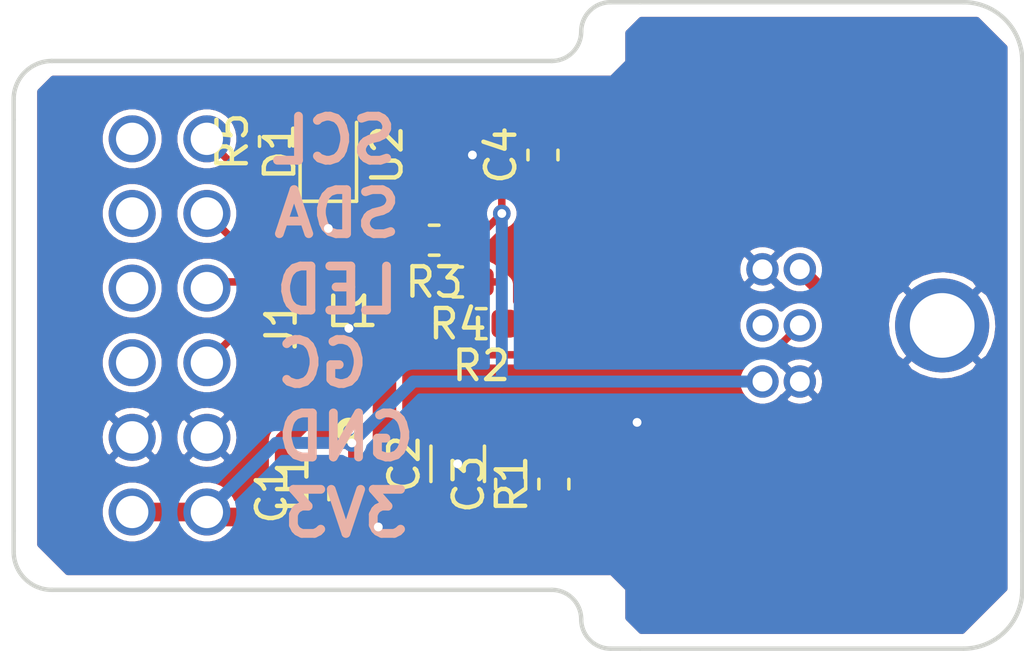
<source format=kicad_pcb>
(kicad_pcb (version 20171130) (host pcbnew "(5.1.2)-1")

  (general
    (thickness 1.6)
    (drawings 26)
    (tracks 85)
    (zones 0)
    (modules 21)
    (nets 16)
  )

  (page A4)
  (layers
    (0 F.Cu mixed)
    (31 B.Cu mixed)
    (33 F.Adhes user)
    (35 F.Paste user)
    (36 B.SilkS user hide)
    (37 F.SilkS user hide)
    (38 B.Mask user)
    (39 F.Mask user)
    (40 Dwgs.User user)
    (41 Cmts.User user)
    (42 Eco1.User user)
    (43 Eco2.User user)
    (44 Edge.Cuts user)
    (45 Margin user)
    (47 F.CrtYd user)
    (49 F.Fab user hide)
  )

  (setup
    (last_trace_width 0.254)
    (user_trace_width 0.1778)
    (user_trace_width 0.254)
    (user_trace_width 0.4064)
    (user_trace_width 0.508)
    (user_trace_width 0.635)
    (trace_clearance 0.2032)
    (zone_clearance 0.2032)
    (zone_45_only no)
    (trace_min 0.1778)
    (via_size 0.6)
    (via_drill 0.3)
    (via_min_size 0.5)
    (via_min_drill 0.3)
    (user_via 0.5 0.3)
    (uvia_size 0.3)
    (uvia_drill 0.1)
    (uvias_allowed no)
    (uvia_min_size 0.2)
    (uvia_min_drill 0.1)
    (edge_width 0.15)
    (segment_width 0.2)
    (pcb_text_width 0.3)
    (pcb_text_size 1.5 1.5)
    (mod_edge_width 0.15)
    (mod_text_size 1 1)
    (mod_text_width 0.15)
    (pad_size 0.5 0.5)
    (pad_drill 0.3)
    (pad_to_mask_clearance 0.04)
    (solder_mask_min_width 0.1016)
    (pad_to_paste_clearance -0.0762)
    (aux_axis_origin 0 0)
    (visible_elements 7FFFFF1F)
    (pcbplotparams
      (layerselection 0x010d8_80000001)
      (usegerberextensions true)
      (usegerberattributes false)
      (usegerberadvancedattributes false)
      (creategerberjobfile false)
      (excludeedgelayer true)
      (linewidth 0.100000)
      (plotframeref false)
      (viasonmask false)
      (mode 1)
      (useauxorigin false)
      (hpglpennumber 1)
      (hpglpenspeed 20)
      (hpglpendiameter 15.000000)
      (psnegative false)
      (psa4output false)
      (plotreference false)
      (plotvalue false)
      (plotinvisibletext false)
      (padsonsilk false)
      (subtractmaskfromsilk false)
      (outputformat 1)
      (mirror false)
      (drillshape 0)
      (scaleselection 1)
      (outputdirectory "gerbs/"))
  )

  (net 0 "")
  (net 1 +3V3)
  (net 2 GND)
  (net 3 +5V)
  (net 4 "Net-(D1-Pad2)")
  (net 5 /LED)
  (net 6 /I2C_SCL)
  (net 7 /I2C_SDA)
  (net 8 /GC_DATA)
  (net 9 "Net-(L1-Pad1)")
  (net 10 "Net-(J1-Pad10)")
  (net 11 "Net-(J1-Pad9)")
  (net 12 "Net-(J1-Pad8)")
  (net 13 "Net-(J1-Pad7)")
  (net 14 "Net-(J2-Pad5)")
  (net 15 "Net-(U2-Pad5)")

  (net_class Default "This is the default net class."
    (clearance 0.2032)
    (trace_width 0.254)
    (via_dia 0.6)
    (via_drill 0.3)
    (uvia_dia 0.3)
    (uvia_drill 0.1)
    (add_net +3V3)
    (add_net +5V)
    (add_net /GC_DATA)
    (add_net /I2C_SCL)
    (add_net /I2C_SDA)
    (add_net /LED)
    (add_net GND)
    (add_net "Net-(D1-Pad2)")
    (add_net "Net-(J1-Pad10)")
    (add_net "Net-(J1-Pad7)")
    (add_net "Net-(J1-Pad8)")
    (add_net "Net-(J1-Pad9)")
    (add_net "Net-(J2-Pad5)")
    (add_net "Net-(L1-Pad1)")
    (add_net "Net-(U2-Pad5)")
  )

  (module gcConn:VSTICH_.3MM (layer F.Cu) (tedit 5A92C061) (tstamp 5A9ACC0E)
    (at 159.1 67.1)
    (fp_text reference REF** (at 0 1.3) (layer F.SilkS) hide
      (effects (font (size 1 1) (thickness 0.15)))
    )
    (fp_text value VSTICH_.3MM (at 0 -1.6) (layer F.Fab) hide
      (effects (font (size 1 1) (thickness 0.15)))
    )
    (pad 1 thru_hole circle (at 0 0) (size 0.5 0.5) (drill 0.3) (layers *.Cu *.Mask)
      (net 2 GND) (zone_connect 2))
  )

  (module gcConn:VSTICH_.3MM (layer F.Cu) (tedit 5A92C061) (tstamp 5A9ACC01)
    (at 158.4 63.7)
    (fp_text reference REF** (at 0 1.3) (layer F.SilkS) hide
      (effects (font (size 1 1) (thickness 0.15)))
    )
    (fp_text value VSTICH_.3MM (at 0 -1.6) (layer F.Fab) hide
      (effects (font (size 1 1) (thickness 0.15)))
    )
    (pad 1 thru_hole circle (at 0 0) (size 0.5 0.5) (drill 0.3) (layers *.Cu *.Mask)
      (net 2 GND) (zone_connect 2))
  )

  (module gcConn:VSTICH_.3MM (layer F.Cu) (tedit 5A92C061) (tstamp 5A9AC356)
    (at 168.9 70.3)
    (fp_text reference REF** (at 0 1.3) (layer F.SilkS) hide
      (effects (font (size 1 1) (thickness 0.15)))
    )
    (fp_text value VSTICH_.3MM (at 0 -1.6) (layer F.Fab) hide
      (effects (font (size 1 1) (thickness 0.15)))
    )
    (pad 1 thru_hole circle (at 0 0) (size 0.5 0.5) (drill 0.3) (layers *.Cu *.Mask)
      (net 2 GND) (zone_connect 2))
  )

  (module gcConn:VSTICH_.3MM (layer F.Cu) (tedit 5A92C061) (tstamp 5A92D84D)
    (at 162.8 71.71)
    (fp_text reference REF** (at 0 1.3) (layer F.SilkS) hide
      (effects (font (size 1 1) (thickness 0.15)))
    )
    (fp_text value VSTICH_.3MM (at 0 -1.6) (layer F.Fab) hide
      (effects (font (size 1 1) (thickness 0.15)))
    )
    (pad 1 thru_hole circle (at 0 0) (size 0.5 0.5) (drill 0.3) (layers *.Cu *.Mask)
      (net 2 GND) (zone_connect 2))
  )

  (module gcConn:VSTICH_.3MM (layer F.Cu) (tedit 5A92C061) (tstamp 5A92D701)
    (at 163.3 61.2)
    (fp_text reference REF** (at 0 1.3) (layer F.SilkS) hide
      (effects (font (size 1 1) (thickness 0.15)))
    )
    (fp_text value VSTICH_.3MM (at 0 -1.6) (layer F.Fab) hide
      (effects (font (size 1 1) (thickness 0.15)))
    )
    (pad 1 thru_hole circle (at 0 0) (size 0.5 0.5) (drill 0.3) (layers *.Cu *.Mask)
      (net 2 GND) (zone_connect 2))
  )

  (module gcConn:pmod-2x6 (layer F.Cu) (tedit 5A884AB2) (tstamp 5A88A046)
    (at 153 67 90)
    (path /5A884A8A)
    (fp_text reference J1 (at 0 3.8 90) (layer F.SilkS)
      (effects (font (size 1 1) (thickness 0.15)))
    )
    (fp_text value 2x6_PMOD (at 0 -3.4 90) (layer F.Fab)
      (effects (font (size 1 1) (thickness 0.15)))
    )
    (fp_line (start -7.77 2.39) (end -7.77 -5.69) (layer Eco1.User) (width 0.15))
    (fp_line (start 7.77 2.39) (end -7.77 2.39) (layer Eco1.User) (width 0.15))
    (fp_line (start 7.77 -5.69) (end 7.77 2.39) (layer Eco1.User) (width 0.15))
    (fp_line (start -7.77 -5.69) (end 7.77 -5.69) (layer Eco1.User) (width 0.15))
    (pad 12 thru_hole circle (at -6.35 -1.27 90) (size 1.6 1.6) (drill 1.1) (layers *.Cu *.Mask)
      (net 1 +3V3))
    (pad 11 thru_hole circle (at -3.81 -1.27 90) (size 1.6 1.6) (drill 1.1) (layers *.Cu *.Mask)
      (net 2 GND))
    (pad 10 thru_hole circle (at -1.27 -1.27 90) (size 1.6 1.6) (drill 1.1) (layers *.Cu *.Mask)
      (net 10 "Net-(J1-Pad10)"))
    (pad 9 thru_hole circle (at 1.27 -1.27 90) (size 1.6 1.6) (drill 1.1) (layers *.Cu *.Mask)
      (net 11 "Net-(J1-Pad9)"))
    (pad 8 thru_hole circle (at 3.81 -1.27 90) (size 1.6 1.6) (drill 1.1) (layers *.Cu *.Mask)
      (net 12 "Net-(J1-Pad8)"))
    (pad 7 thru_hole circle (at 6.35 -1.27 90) (size 1.6 1.6) (drill 1.1) (layers *.Cu *.Mask)
      (net 13 "Net-(J1-Pad7)"))
    (pad 6 thru_hole circle (at -6.35 1.27 90) (size 1.6 1.6) (drill 1.1) (layers *.Cu *.Mask)
      (net 1 +3V3))
    (pad 5 thru_hole circle (at -3.81 1.27 90) (size 1.6 1.6) (drill 1.1) (layers *.Cu *.Mask)
      (net 2 GND))
    (pad 4 thru_hole circle (at -1.27 1.27 90) (size 1.6 1.6) (drill 1.1) (layers *.Cu *.Mask)
      (net 8 /GC_DATA))
    (pad 3 thru_hole circle (at 1.27 1.27 90) (size 1.6 1.6) (drill 1.1) (layers *.Cu *.Mask)
      (net 7 /I2C_SDA))
    (pad 2 thru_hole circle (at 3.81 1.27 90) (size 1.6 1.6) (drill 1.1) (layers *.Cu *.Mask)
      (net 6 /I2C_SCL))
    (pad 1 thru_hole circle (at 6.35 1.27 90) (size 1.6 1.6) (drill 1.1) (layers *.Cu *.Mask)
      (net 5 /LED))
    (model C:/workspace/gameCubeConnPmod/lib/3d/pmod-2x6.wrl
      (offset (xyz 0 4.000499939918518 1.650999975204468))
      (scale (xyz 0.393701 0.393701 0.393701))
      (rotate (xyz -90 180 180))
    )
  )

  (module gcConn:SC70-6 (layer F.Cu) (tedit 5A88421A) (tstamp 5A88A089)
    (at 160.1 72.38 270)
    (path /5A882DA2)
    (fp_text reference U1 (at 0 2.9 270) (layer F.SilkS)
      (effects (font (size 1 1) (thickness 0.15)))
    )
    (fp_text value LTC3525 (at 0 -2.8 270) (layer F.Fab)
      (effects (font (size 1 1) (thickness 0.15)))
    )
    (fp_circle (center -1.8 1) (end -1.9 0.7) (layer F.SilkS) (width 0.25))
    (fp_line (start 1 -1.05) (end -1 -1.05) (layer Eco1.User) (width 0.15))
    (fp_line (start 1 1.05) (end 1 -1.05) (layer Eco1.User) (width 0.15))
    (fp_line (start -1 1.05) (end 1 1.05) (layer Eco1.User) (width 0.15))
    (fp_line (start -1 -1.05) (end -1 1.05) (layer Eco1.User) (width 0.15))
    (pad 1 smd rect (at -0.65 0.9 270) (size 0.45 1) (layers F.Cu F.Paste F.Mask)
      (net 1 +3V3))
    (pad 2 smd rect (at 0 0.9 270) (size 0.45 1) (layers F.Cu F.Paste F.Mask)
      (net 2 GND))
    (pad 3 smd rect (at 0.65 0.9 270) (size 0.45 1) (layers F.Cu F.Paste F.Mask)
      (net 1 +3V3))
    (pad 4 smd rect (at 0.65 -0.9 270) (size 0.45 1) (layers F.Cu F.Paste F.Mask)
      (net 3 +5V))
    (pad 5 smd rect (at 0 -0.9 270) (size 0.45 1) (layers F.Cu F.Paste F.Mask)
      (net 2 GND))
    (pad 6 smd rect (at -0.65 -0.9 270) (size 0.45 1) (layers F.Cu F.Paste F.Mask)
      (net 9 "Net-(L1-Pad1)"))
    (model ${KISYS3DMOD}/Package_TO_SOT_SMD.3dshapes/SOT-363_SC-70-6.step
      (at (xyz 0 0 0))
      (scale (xyz 1 1 1))
      (rotate (xyz 0 0 -90))
    )
  )

  (module gcConn:SOT23-5 (layer F.Cu) (tedit 5A884094) (tstamp 5A88A096)
    (at 163.2 61.2 270)
    (path /5A886675)
    (fp_text reference U2 (at 0 2.8 270) (layer F.SilkS)
      (effects (font (size 1 1) (thickness 0.15)))
    )
    (fp_text value CAT24AA01 (at 0 -2.7 270) (layer F.Fab)
      (effects (font (size 1 1) (thickness 0.15)))
    )
    (fp_line (start 1.45 -0.8) (end -1.45 -0.8) (layer Eco1.User) (width 0.15))
    (fp_line (start 1.45 0.8) (end 1.45 -0.8) (layer Eco1.User) (width 0.15))
    (fp_line (start -1.45 0.8) (end 1.45 0.8) (layer Eco1.User) (width 0.15))
    (fp_line (start -1.45 -0.8) (end -1.45 0.8) (layer Eco1.User) (width 0.15))
    (pad 1 smd rect (at -0.95 1.1 270) (size 0.65 1.06) (layers F.Cu F.Paste F.Mask)
      (net 6 /I2C_SCL))
    (pad 2 smd rect (at 0 1.1 270) (size 0.65 1.06) (layers F.Cu F.Paste F.Mask)
      (net 2 GND))
    (pad 3 smd rect (at 0.95 1.1 270) (size 0.65 1.06) (layers F.Cu F.Paste F.Mask)
      (net 7 /I2C_SDA))
    (pad 4 smd rect (at 0.95 -1.1 270) (size 0.65 1.06) (layers F.Cu F.Paste F.Mask)
      (net 1 +3V3))
    (pad 5 smd rect (at -0.95 -1.1 270) (size 0.65 1.06) (layers F.Cu F.Paste F.Mask)
      (net 15 "Net-(U2-Pad5)"))
    (model ${KISYS3DMOD}/Package_TO_SOT_SMD.3dshapes/SOT-23-5.wrl
      (at (xyz 0 0 0))
      (scale (xyz 1 1 1))
      (rotate (xyz 0 0 -90))
    )
  )

  (module gcConn:VSTICH_.3MM (layer F.Cu) (tedit 5A92C061) (tstamp 5A92C053)
    (at 160.1 73.86)
    (fp_text reference REF** (at 0 1.3) (layer F.SilkS) hide
      (effects (font (size 1 1) (thickness 0.15)))
    )
    (fp_text value VSTICH_.3MM (at 0 -1.6) (layer F.Fab) hide
      (effects (font (size 1 1) (thickness 0.15)))
    )
    (pad 1 thru_hole circle (at 0 0) (size 0.5 0.5) (drill 0.3) (layers *.Cu *.Mask)
      (net 2 GND) (zone_connect 2))
  )

  (module gcConn:NRH3012T100MN (layer F.Cu) (tedit 5A9AB8C3) (tstamp 5A9ABD5E)
    (at 159.21 69.53 180)
    (path /5A88371C)
    (fp_text reference L1 (at 0 3 180) (layer F.SilkS)
      (effects (font (size 1 1) (thickness 0.15)))
    )
    (fp_text value 10uH (at 0 -3 180) (layer F.Fab)
      (effects (font (size 1 1) (thickness 0.15)))
    )
    (fp_line (start -1.5 1.5) (end -1.5 -1.5) (layer Eco1.User) (width 0.15))
    (fp_line (start 1.5 1.5) (end -1.5 1.5) (layer Eco1.User) (width 0.15))
    (fp_line (start 1.5 -1.5) (end 1.5 1.5) (layer Eco1.User) (width 0.15))
    (fp_line (start -1.5 -1.5) (end 1.5 -1.5) (layer Eco1.User) (width 0.15))
    (pad 1 smd rect (at -1.1 0 180) (size 0.8 2.7) (layers F.Cu F.Paste F.Mask)
      (net 9 "Net-(L1-Pad1)"))
    (pad 2 smd rect (at 1.1 0 180) (size 0.8 2.7) (layers F.Cu F.Paste F.Mask)
      (net 1 +3V3))
    (model ../../../../../../workspace/gameCubeConnPmod/lib/3d/NRH3012T100MN.wrl
      (at (xyz 0 0 0))
      (scale (xyz 0.3937007874015748 0.3937007874015748 0.3937007874015748))
      (rotate (xyz 0 0 0))
    )
  )

  (module gcConn:gcConn (layer F.Cu) (tedit 5AA49529) (tstamp 5A88A056)
    (at 173.8 67 90)
    (path /5A882D87)
    (fp_text reference J2 (at 0 9.7 90) (layer F.SilkS)
      (effects (font (size 1 1) (thickness 0.15)))
    )
    (fp_text value gcConn (at 0 -7.3 90) (layer F.Fab)
      (effects (font (size 1 1) (thickness 0.15)))
    )
    (fp_line (start -5.75 5.75) (end -1.76 5.75) (layer Eco1.User) (width 0.15))
    (fp_line (start 5.75 5.75) (end 1.8 5.75) (layer Eco1.User) (width 0.15))
    (fp_line (start 5.75 -5.75) (end -5.75 -5.75) (layer Eco1.User) (width 0.15))
    (fp_line (start 5.75 5.75) (end 5.75 -5.75) (layer Eco1.User) (width 0.15))
    (fp_line (start -5.75 -5.75) (end -5.75 5.75) (layer Eco1.User) (width 0.15))
    (pad 3 thru_hole circle (at -1.91 0.635 90) (size 1.1 1.1) (drill 0.675) (layers *.Cu *.Mask)
      (net 2 GND))
    (pad 2 thru_hole circle (at 0 0.635 90) (size 1.1 1.1) (drill 0.675) (layers *.Cu *.Mask)
      (net 8 /GC_DATA))
    (pad 1 thru_hole circle (at 1.91 0.635 90) (size 1.1 1.1) (drill 0.675) (layers *.Cu *.Mask)
      (net 3 +5V))
    (pad 4 thru_hole circle (at 1.91 -0.635 90) (size 1.1 1.1) (drill 0.675) (layers *.Cu *.Mask)
      (net 2 GND))
    (pad 5 thru_hole circle (at 0 -0.635 90) (size 1.1 1.1) (drill 0.675) (layers *.Cu *.Mask)
      (net 14 "Net-(J2-Pad5)"))
    (pad 6 thru_hole circle (at -1.91 -0.635 90) (size 1.1 1.1) (drill 0.675) (layers *.Cu *.Mask)
      (net 1 +3V3))
    (pad 7 thru_hole circle (at 0 5.475 90) (size 3.2 3.2) (drill 2.2) (layers *.Cu *.Mask)
      (net 2 GND))
    (model ../../../../../../workspace/gameCubeConnPmod/lib/3d/gcContConn.wrl
      (offset (xyz 2.222499966621399 0.7619999885559082 -3.047999954223633))
      (scale (xyz 0.393701 0.393701 0.393701))
      (rotate (xyz 0 0 180))
    )
  )

  (module Capacitor_SMD:C_0603_1608Metric (layer F.Cu) (tedit 5B301BBE) (tstamp 5CF832B8)
    (at 157.91 72.77 90)
    (descr "Capacitor SMD 0603 (1608 Metric), square (rectangular) end terminal, IPC_7351 nominal, (Body size source: http://www.tortai-tech.com/upload/download/2011102023233369053.pdf), generated with kicad-footprint-generator")
    (tags capacitor)
    (path /5A883022)
    (attr smd)
    (fp_text reference C1 (at 0 -1.43 90) (layer F.SilkS)
      (effects (font (size 1 1) (thickness 0.15)))
    )
    (fp_text value 4.7uF (at 0 1.43 90) (layer F.Fab)
      (effects (font (size 1 1) (thickness 0.15)))
    )
    (fp_line (start -0.8 0.4) (end -0.8 -0.4) (layer F.Fab) (width 0.1))
    (fp_line (start -0.8 -0.4) (end 0.8 -0.4) (layer F.Fab) (width 0.1))
    (fp_line (start 0.8 -0.4) (end 0.8 0.4) (layer F.Fab) (width 0.1))
    (fp_line (start 0.8 0.4) (end -0.8 0.4) (layer F.Fab) (width 0.1))
    (fp_line (start -0.162779 -0.51) (end 0.162779 -0.51) (layer F.SilkS) (width 0.12))
    (fp_line (start -0.162779 0.51) (end 0.162779 0.51) (layer F.SilkS) (width 0.12))
    (fp_line (start -1.48 0.73) (end -1.48 -0.73) (layer F.CrtYd) (width 0.05))
    (fp_line (start -1.48 -0.73) (end 1.48 -0.73) (layer F.CrtYd) (width 0.05))
    (fp_line (start 1.48 -0.73) (end 1.48 0.73) (layer F.CrtYd) (width 0.05))
    (fp_line (start 1.48 0.73) (end -1.48 0.73) (layer F.CrtYd) (width 0.05))
    (fp_text user %R (at 0 0 90) (layer F.Fab)
      (effects (font (size 0.4 0.4) (thickness 0.06)))
    )
    (pad 1 smd roundrect (at -0.7875 0 90) (size 0.875 0.95) (layers F.Cu F.Paste F.Mask) (roundrect_rratio 0.25)
      (net 1 +3V3))
    (pad 2 smd roundrect (at 0.7875 0 90) (size 0.875 0.95) (layers F.Cu F.Paste F.Mask) (roundrect_rratio 0.25)
      (net 2 GND))
    (model ${KISYS3DMOD}/Capacitor_SMD.3dshapes/C_0603_1608Metric.wrl
      (at (xyz 0 0 0))
      (scale (xyz 1 1 1))
      (rotate (xyz 0 0 0))
    )
  )

  (module Capacitor_SMD:C_1206_3216Metric (layer F.Cu) (tedit 5B301BBE) (tstamp 5CF832C8)
    (at 162.8 71.71 90)
    (descr "Capacitor SMD 1206 (3216 Metric), square (rectangular) end terminal, IPC_7351 nominal, (Body size source: http://www.tortai-tech.com/upload/download/2011102023233369053.pdf), generated with kicad-footprint-generator")
    (tags capacitor)
    (path /5A882E90)
    (attr smd)
    (fp_text reference C2 (at 0 -1.82 90) (layer F.SilkS)
      (effects (font (size 1 1) (thickness 0.15)))
    )
    (fp_text value 22uF (at 0 1.82 90) (layer F.Fab)
      (effects (font (size 1 1) (thickness 0.15)))
    )
    (fp_line (start -1.6 0.8) (end -1.6 -0.8) (layer F.Fab) (width 0.1))
    (fp_line (start -1.6 -0.8) (end 1.6 -0.8) (layer F.Fab) (width 0.1))
    (fp_line (start 1.6 -0.8) (end 1.6 0.8) (layer F.Fab) (width 0.1))
    (fp_line (start 1.6 0.8) (end -1.6 0.8) (layer F.Fab) (width 0.1))
    (fp_line (start -0.602064 -0.91) (end 0.602064 -0.91) (layer F.SilkS) (width 0.12))
    (fp_line (start -0.602064 0.91) (end 0.602064 0.91) (layer F.SilkS) (width 0.12))
    (fp_line (start -2.28 1.12) (end -2.28 -1.12) (layer F.CrtYd) (width 0.05))
    (fp_line (start -2.28 -1.12) (end 2.28 -1.12) (layer F.CrtYd) (width 0.05))
    (fp_line (start 2.28 -1.12) (end 2.28 1.12) (layer F.CrtYd) (width 0.05))
    (fp_line (start 2.28 1.12) (end -2.28 1.12) (layer F.CrtYd) (width 0.05))
    (fp_text user %R (at 0 0 90) (layer F.Fab)
      (effects (font (size 0.8 0.8) (thickness 0.12)))
    )
    (pad 1 smd roundrect (at -1.4 0 90) (size 1.25 1.75) (layers F.Cu F.Paste F.Mask) (roundrect_rratio 0.2)
      (net 3 +5V))
    (pad 2 smd roundrect (at 1.4 0 90) (size 1.25 1.75) (layers F.Cu F.Paste F.Mask) (roundrect_rratio 0.2)
      (net 2 GND))
    (model ${KISYS3DMOD}/Capacitor_SMD.3dshapes/C_1206_3216Metric.wrl
      (at (xyz 0 0 0))
      (scale (xyz 1 1 1))
      (rotate (xyz 0 0 0))
    )
  )

  (module Capacitor_SMD:C_0603_1608Metric (layer F.Cu) (tedit 5B301BBE) (tstamp 5CF832D8)
    (at 164.6 72.4 90)
    (descr "Capacitor SMD 0603 (1608 Metric), square (rectangular) end terminal, IPC_7351 nominal, (Body size source: http://www.tortai-tech.com/upload/download/2011102023233369053.pdf), generated with kicad-footprint-generator")
    (tags capacitor)
    (path /5A92BB9F)
    (attr smd)
    (fp_text reference C3 (at 0 -1.43 90) (layer F.SilkS)
      (effects (font (size 1 1) (thickness 0.15)))
    )
    (fp_text value .01uF (at 0 1.43 90) (layer F.Fab)
      (effects (font (size 1 1) (thickness 0.15)))
    )
    (fp_line (start -0.8 0.4) (end -0.8 -0.4) (layer F.Fab) (width 0.1))
    (fp_line (start -0.8 -0.4) (end 0.8 -0.4) (layer F.Fab) (width 0.1))
    (fp_line (start 0.8 -0.4) (end 0.8 0.4) (layer F.Fab) (width 0.1))
    (fp_line (start 0.8 0.4) (end -0.8 0.4) (layer F.Fab) (width 0.1))
    (fp_line (start -0.162779 -0.51) (end 0.162779 -0.51) (layer F.SilkS) (width 0.12))
    (fp_line (start -0.162779 0.51) (end 0.162779 0.51) (layer F.SilkS) (width 0.12))
    (fp_line (start -1.48 0.73) (end -1.48 -0.73) (layer F.CrtYd) (width 0.05))
    (fp_line (start -1.48 -0.73) (end 1.48 -0.73) (layer F.CrtYd) (width 0.05))
    (fp_line (start 1.48 -0.73) (end 1.48 0.73) (layer F.CrtYd) (width 0.05))
    (fp_line (start 1.48 0.73) (end -1.48 0.73) (layer F.CrtYd) (width 0.05))
    (fp_text user %R (at 0 0 90) (layer F.Fab)
      (effects (font (size 0.4 0.4) (thickness 0.06)))
    )
    (pad 1 smd roundrect (at -0.7875 0 90) (size 0.875 0.95) (layers F.Cu F.Paste F.Mask) (roundrect_rratio 0.25)
      (net 3 +5V))
    (pad 2 smd roundrect (at 0.7875 0 90) (size 0.875 0.95) (layers F.Cu F.Paste F.Mask) (roundrect_rratio 0.25)
      (net 2 GND))
    (model ${KISYS3DMOD}/Capacitor_SMD.3dshapes/C_0603_1608Metric.wrl
      (at (xyz 0 0 0))
      (scale (xyz 1 1 1))
      (rotate (xyz 0 0 0))
    )
  )

  (module Capacitor_SMD:C_0603_1608Metric (layer F.Cu) (tedit 5B301BBE) (tstamp 5CF832E8)
    (at 165.7 61.2 90)
    (descr "Capacitor SMD 0603 (1608 Metric), square (rectangular) end terminal, IPC_7351 nominal, (Body size source: http://www.tortai-tech.com/upload/download/2011102023233369053.pdf), generated with kicad-footprint-generator")
    (tags capacitor)
    (path /5A8872F3)
    (attr smd)
    (fp_text reference C4 (at 0 -1.43 90) (layer F.SilkS)
      (effects (font (size 1 1) (thickness 0.15)))
    )
    (fp_text value 1uF (at 0 1.43 90) (layer F.Fab)
      (effects (font (size 1 1) (thickness 0.15)))
    )
    (fp_text user %R (at 0 0 90) (layer F.Fab)
      (effects (font (size 0.4 0.4) (thickness 0.06)))
    )
    (fp_line (start 1.48 0.73) (end -1.48 0.73) (layer F.CrtYd) (width 0.05))
    (fp_line (start 1.48 -0.73) (end 1.48 0.73) (layer F.CrtYd) (width 0.05))
    (fp_line (start -1.48 -0.73) (end 1.48 -0.73) (layer F.CrtYd) (width 0.05))
    (fp_line (start -1.48 0.73) (end -1.48 -0.73) (layer F.CrtYd) (width 0.05))
    (fp_line (start -0.162779 0.51) (end 0.162779 0.51) (layer F.SilkS) (width 0.12))
    (fp_line (start -0.162779 -0.51) (end 0.162779 -0.51) (layer F.SilkS) (width 0.12))
    (fp_line (start 0.8 0.4) (end -0.8 0.4) (layer F.Fab) (width 0.1))
    (fp_line (start 0.8 -0.4) (end 0.8 0.4) (layer F.Fab) (width 0.1))
    (fp_line (start -0.8 -0.4) (end 0.8 -0.4) (layer F.Fab) (width 0.1))
    (fp_line (start -0.8 0.4) (end -0.8 -0.4) (layer F.Fab) (width 0.1))
    (pad 2 smd roundrect (at 0.7875 0 90) (size 0.875 0.95) (layers F.Cu F.Paste F.Mask) (roundrect_rratio 0.25)
      (net 2 GND))
    (pad 1 smd roundrect (at -0.7875 0 90) (size 0.875 0.95) (layers F.Cu F.Paste F.Mask) (roundrect_rratio 0.25)
      (net 1 +3V3))
    (model ${KISYS3DMOD}/Capacitor_SMD.3dshapes/C_0603_1608Metric.wrl
      (at (xyz 0 0 0))
      (scale (xyz 1 1 1))
      (rotate (xyz 0 0 0))
    )
  )

  (module LED_SMD:LED_0805_2012Metric (layer F.Cu) (tedit 5B36C52C) (tstamp 5CF832F8)
    (at 158.4 61.09 90)
    (descr "LED SMD 0805 (2012 Metric), square (rectangular) end terminal, IPC_7351 nominal, (Body size source: https://docs.google.com/spreadsheets/d/1BsfQQcO9C6DZCsRaXUlFlo91Tg2WpOkGARC1WS5S8t0/edit?usp=sharing), generated with kicad-footprint-generator")
    (tags diode)
    (path /5A8854DD)
    (attr smd)
    (fp_text reference D1 (at 0 -1.65 90) (layer F.SilkS)
      (effects (font (size 1 1) (thickness 0.15)))
    )
    (fp_text value GC (at 0 1.65 90) (layer F.Fab)
      (effects (font (size 1 1) (thickness 0.15)))
    )
    (fp_line (start 1 -0.6) (end -0.7 -0.6) (layer F.Fab) (width 0.1))
    (fp_line (start -0.7 -0.6) (end -1 -0.3) (layer F.Fab) (width 0.1))
    (fp_line (start -1 -0.3) (end -1 0.6) (layer F.Fab) (width 0.1))
    (fp_line (start -1 0.6) (end 1 0.6) (layer F.Fab) (width 0.1))
    (fp_line (start 1 0.6) (end 1 -0.6) (layer F.Fab) (width 0.1))
    (fp_line (start 1 -0.96) (end -1.685 -0.96) (layer F.SilkS) (width 0.12))
    (fp_line (start -1.685 -0.96) (end -1.685 0.96) (layer F.SilkS) (width 0.12))
    (fp_line (start -1.685 0.96) (end 1 0.96) (layer F.SilkS) (width 0.12))
    (fp_line (start -1.68 0.95) (end -1.68 -0.95) (layer F.CrtYd) (width 0.05))
    (fp_line (start -1.68 -0.95) (end 1.68 -0.95) (layer F.CrtYd) (width 0.05))
    (fp_line (start 1.68 -0.95) (end 1.68 0.95) (layer F.CrtYd) (width 0.05))
    (fp_line (start 1.68 0.95) (end -1.68 0.95) (layer F.CrtYd) (width 0.05))
    (fp_text user %R (at 0 0 90) (layer F.Fab)
      (effects (font (size 0.5 0.5) (thickness 0.08)))
    )
    (pad 1 smd roundrect (at -0.9375 0 90) (size 0.975 1.4) (layers F.Cu F.Paste F.Mask) (roundrect_rratio 0.25)
      (net 2 GND))
    (pad 2 smd roundrect (at 0.9375 0 90) (size 0.975 1.4) (layers F.Cu F.Paste F.Mask) (roundrect_rratio 0.25)
      (net 4 "Net-(D1-Pad2)"))
    (model ${KISYS3DMOD}/LED_SMD.3dshapes/LED_0805_2012Metric.wrl
      (at (xyz 0 0 0))
      (scale (xyz 1 1 1))
      (rotate (xyz 0 0 0))
    )
  )

  (module Resistor_SMD:R_0603_1608Metric (layer F.Cu) (tedit 5B301BBD) (tstamp 5CF8330A)
    (at 166.07 72.4 90)
    (descr "Resistor SMD 0603 (1608 Metric), square (rectangular) end terminal, IPC_7351 nominal, (Body size source: http://www.tortai-tech.com/upload/download/2011102023233369053.pdf), generated with kicad-footprint-generator")
    (tags resistor)
    (path /5AB51801)
    (attr smd)
    (fp_text reference R1 (at 0 -1.43 90) (layer F.SilkS)
      (effects (font (size 1 1) (thickness 0.15)))
    )
    (fp_text value 10k (at 0 1.43 90) (layer F.Fab)
      (effects (font (size 1 1) (thickness 0.15)))
    )
    (fp_line (start -0.8 0.4) (end -0.8 -0.4) (layer F.Fab) (width 0.1))
    (fp_line (start -0.8 -0.4) (end 0.8 -0.4) (layer F.Fab) (width 0.1))
    (fp_line (start 0.8 -0.4) (end 0.8 0.4) (layer F.Fab) (width 0.1))
    (fp_line (start 0.8 0.4) (end -0.8 0.4) (layer F.Fab) (width 0.1))
    (fp_line (start -0.162779 -0.51) (end 0.162779 -0.51) (layer F.SilkS) (width 0.12))
    (fp_line (start -0.162779 0.51) (end 0.162779 0.51) (layer F.SilkS) (width 0.12))
    (fp_line (start -1.48 0.73) (end -1.48 -0.73) (layer F.CrtYd) (width 0.05))
    (fp_line (start -1.48 -0.73) (end 1.48 -0.73) (layer F.CrtYd) (width 0.05))
    (fp_line (start 1.48 -0.73) (end 1.48 0.73) (layer F.CrtYd) (width 0.05))
    (fp_line (start 1.48 0.73) (end -1.48 0.73) (layer F.CrtYd) (width 0.05))
    (fp_text user %R (at 0 0 90) (layer F.Fab)
      (effects (font (size 0.4 0.4) (thickness 0.06)))
    )
    (pad 1 smd roundrect (at -0.7875 0 90) (size 0.875 0.95) (layers F.Cu F.Paste F.Mask) (roundrect_rratio 0.25)
      (net 3 +5V))
    (pad 2 smd roundrect (at 0.7875 0 90) (size 0.875 0.95) (layers F.Cu F.Paste F.Mask) (roundrect_rratio 0.25)
      (net 2 GND))
    (model ${KISYS3DMOD}/Resistor_SMD.3dshapes/R_0603_1608Metric.wrl
      (at (xyz 0 0 0))
      (scale (xyz 1 1 1))
      (rotate (xyz 0 0 0))
    )
  )

  (module Resistor_SMD:R_0603_1608Metric (layer F.Cu) (tedit 5B301BBD) (tstamp 5CF8331A)
    (at 163.6 66.94 180)
    (descr "Resistor SMD 0603 (1608 Metric), square (rectangular) end terminal, IPC_7351 nominal, (Body size source: http://www.tortai-tech.com/upload/download/2011102023233369053.pdf), generated with kicad-footprint-generator")
    (tags resistor)
    (path /5A886AD4)
    (attr smd)
    (fp_text reference R2 (at 0 -1.43) (layer F.SilkS)
      (effects (font (size 1 1) (thickness 0.15)))
    )
    (fp_text value 1K (at 0 1.43) (layer F.Fab)
      (effects (font (size 1 1) (thickness 0.15)))
    )
    (fp_text user %R (at 0 0) (layer F.Fab)
      (effects (font (size 0.4 0.4) (thickness 0.06)))
    )
    (fp_line (start 1.48 0.73) (end -1.48 0.73) (layer F.CrtYd) (width 0.05))
    (fp_line (start 1.48 -0.73) (end 1.48 0.73) (layer F.CrtYd) (width 0.05))
    (fp_line (start -1.48 -0.73) (end 1.48 -0.73) (layer F.CrtYd) (width 0.05))
    (fp_line (start -1.48 0.73) (end -1.48 -0.73) (layer F.CrtYd) (width 0.05))
    (fp_line (start -0.162779 0.51) (end 0.162779 0.51) (layer F.SilkS) (width 0.12))
    (fp_line (start -0.162779 -0.51) (end 0.162779 -0.51) (layer F.SilkS) (width 0.12))
    (fp_line (start 0.8 0.4) (end -0.8 0.4) (layer F.Fab) (width 0.1))
    (fp_line (start 0.8 -0.4) (end 0.8 0.4) (layer F.Fab) (width 0.1))
    (fp_line (start -0.8 -0.4) (end 0.8 -0.4) (layer F.Fab) (width 0.1))
    (fp_line (start -0.8 0.4) (end -0.8 -0.4) (layer F.Fab) (width 0.1))
    (pad 2 smd roundrect (at 0.7875 0 180) (size 0.875 0.95) (layers F.Cu F.Paste F.Mask) (roundrect_rratio 0.25)
      (net 8 /GC_DATA))
    (pad 1 smd roundrect (at -0.7875 0 180) (size 0.875 0.95) (layers F.Cu F.Paste F.Mask) (roundrect_rratio 0.25)
      (net 1 +3V3))
    (model ${KISYS3DMOD}/Resistor_SMD.3dshapes/R_0603_1608Metric.wrl
      (at (xyz 0 0 0))
      (scale (xyz 1 1 1))
      (rotate (xyz 0 0 0))
    )
  )

  (module Resistor_SMD:R_0603_1608Metric (layer F.Cu) (tedit 5B301BBD) (tstamp 5CF8332A)
    (at 162 64.1 180)
    (descr "Resistor SMD 0603 (1608 Metric), square (rectangular) end terminal, IPC_7351 nominal, (Body size source: http://www.tortai-tech.com/upload/download/2011102023233369053.pdf), generated with kicad-footprint-generator")
    (tags resistor)
    (path /5A886BAD)
    (attr smd)
    (fp_text reference R3 (at 0 -1.43) (layer F.SilkS)
      (effects (font (size 1 1) (thickness 0.15)))
    )
    (fp_text value 1K (at 0 1.43) (layer F.Fab)
      (effects (font (size 1 1) (thickness 0.15)))
    )
    (fp_line (start -0.8 0.4) (end -0.8 -0.4) (layer F.Fab) (width 0.1))
    (fp_line (start -0.8 -0.4) (end 0.8 -0.4) (layer F.Fab) (width 0.1))
    (fp_line (start 0.8 -0.4) (end 0.8 0.4) (layer F.Fab) (width 0.1))
    (fp_line (start 0.8 0.4) (end -0.8 0.4) (layer F.Fab) (width 0.1))
    (fp_line (start -0.162779 -0.51) (end 0.162779 -0.51) (layer F.SilkS) (width 0.12))
    (fp_line (start -0.162779 0.51) (end 0.162779 0.51) (layer F.SilkS) (width 0.12))
    (fp_line (start -1.48 0.73) (end -1.48 -0.73) (layer F.CrtYd) (width 0.05))
    (fp_line (start -1.48 -0.73) (end 1.48 -0.73) (layer F.CrtYd) (width 0.05))
    (fp_line (start 1.48 -0.73) (end 1.48 0.73) (layer F.CrtYd) (width 0.05))
    (fp_line (start 1.48 0.73) (end -1.48 0.73) (layer F.CrtYd) (width 0.05))
    (fp_text user %R (at 0 0) (layer F.Fab)
      (effects (font (size 0.4 0.4) (thickness 0.06)))
    )
    (pad 1 smd roundrect (at -0.7875 0 180) (size 0.875 0.95) (layers F.Cu F.Paste F.Mask) (roundrect_rratio 0.25)
      (net 1 +3V3))
    (pad 2 smd roundrect (at 0.7875 0 180) (size 0.875 0.95) (layers F.Cu F.Paste F.Mask) (roundrect_rratio 0.25)
      (net 6 /I2C_SCL))
    (model ${KISYS3DMOD}/Resistor_SMD.3dshapes/R_0603_1608Metric.wrl
      (at (xyz 0 0 0))
      (scale (xyz 1 1 1))
      (rotate (xyz 0 0 0))
    )
  )

  (module Resistor_SMD:R_0603_1608Metric (layer F.Cu) (tedit 5B301BBD) (tstamp 5CF8333A)
    (at 162.8 65.52 180)
    (descr "Resistor SMD 0603 (1608 Metric), square (rectangular) end terminal, IPC_7351 nominal, (Body size source: http://www.tortai-tech.com/upload/download/2011102023233369053.pdf), generated with kicad-footprint-generator")
    (tags resistor)
    (path /5A886BED)
    (attr smd)
    (fp_text reference R4 (at 0 -1.43) (layer F.SilkS)
      (effects (font (size 1 1) (thickness 0.15)))
    )
    (fp_text value 1K (at 0 1.43) (layer F.Fab)
      (effects (font (size 1 1) (thickness 0.15)))
    )
    (fp_text user %R (at 0 0) (layer F.Fab)
      (effects (font (size 0.4 0.4) (thickness 0.06)))
    )
    (fp_line (start 1.48 0.73) (end -1.48 0.73) (layer F.CrtYd) (width 0.05))
    (fp_line (start 1.48 -0.73) (end 1.48 0.73) (layer F.CrtYd) (width 0.05))
    (fp_line (start -1.48 -0.73) (end 1.48 -0.73) (layer F.CrtYd) (width 0.05))
    (fp_line (start -1.48 0.73) (end -1.48 -0.73) (layer F.CrtYd) (width 0.05))
    (fp_line (start -0.162779 0.51) (end 0.162779 0.51) (layer F.SilkS) (width 0.12))
    (fp_line (start -0.162779 -0.51) (end 0.162779 -0.51) (layer F.SilkS) (width 0.12))
    (fp_line (start 0.8 0.4) (end -0.8 0.4) (layer F.Fab) (width 0.1))
    (fp_line (start 0.8 -0.4) (end 0.8 0.4) (layer F.Fab) (width 0.1))
    (fp_line (start -0.8 -0.4) (end 0.8 -0.4) (layer F.Fab) (width 0.1))
    (fp_line (start -0.8 0.4) (end -0.8 -0.4) (layer F.Fab) (width 0.1))
    (pad 2 smd roundrect (at 0.7875 0 180) (size 0.875 0.95) (layers F.Cu F.Paste F.Mask) (roundrect_rratio 0.25)
      (net 7 /I2C_SDA))
    (pad 1 smd roundrect (at -0.7875 0 180) (size 0.875 0.95) (layers F.Cu F.Paste F.Mask) (roundrect_rratio 0.25)
      (net 1 +3V3))
    (model ${KISYS3DMOD}/Resistor_SMD.3dshapes/R_0603_1608Metric.wrl
      (at (xyz 0 0 0))
      (scale (xyz 1 1 1))
      (rotate (xyz 0 0 0))
    )
  )

  (module Resistor_SMD:R_0603_1608Metric (layer F.Cu) (tedit 5B301BBD) (tstamp 5CF8334A)
    (at 156.57 60.74 90)
    (descr "Resistor SMD 0603 (1608 Metric), square (rectangular) end terminal, IPC_7351 nominal, (Body size source: http://www.tortai-tech.com/upload/download/2011102023233369053.pdf), generated with kicad-footprint-generator")
    (tags resistor)
    (path /5A8856A7)
    (attr smd)
    (fp_text reference R5 (at 0 -1.43 90) (layer F.SilkS)
      (effects (font (size 1 1) (thickness 0.15)))
    )
    (fp_text value 6.98 (at 0 1.43 90) (layer F.Fab)
      (effects (font (size 1 1) (thickness 0.15)))
    )
    (fp_line (start -0.8 0.4) (end -0.8 -0.4) (layer F.Fab) (width 0.1))
    (fp_line (start -0.8 -0.4) (end 0.8 -0.4) (layer F.Fab) (width 0.1))
    (fp_line (start 0.8 -0.4) (end 0.8 0.4) (layer F.Fab) (width 0.1))
    (fp_line (start 0.8 0.4) (end -0.8 0.4) (layer F.Fab) (width 0.1))
    (fp_line (start -0.162779 -0.51) (end 0.162779 -0.51) (layer F.SilkS) (width 0.12))
    (fp_line (start -0.162779 0.51) (end 0.162779 0.51) (layer F.SilkS) (width 0.12))
    (fp_line (start -1.48 0.73) (end -1.48 -0.73) (layer F.CrtYd) (width 0.05))
    (fp_line (start -1.48 -0.73) (end 1.48 -0.73) (layer F.CrtYd) (width 0.05))
    (fp_line (start 1.48 -0.73) (end 1.48 0.73) (layer F.CrtYd) (width 0.05))
    (fp_line (start 1.48 0.73) (end -1.48 0.73) (layer F.CrtYd) (width 0.05))
    (fp_text user %R (at 0 0 90) (layer F.Fab)
      (effects (font (size 0.4 0.4) (thickness 0.06)))
    )
    (pad 1 smd roundrect (at -0.7875 0 90) (size 0.875 0.95) (layers F.Cu F.Paste F.Mask) (roundrect_rratio 0.25)
      (net 5 /LED))
    (pad 2 smd roundrect (at 0.7875 0 90) (size 0.875 0.95) (layers F.Cu F.Paste F.Mask) (roundrect_rratio 0.25)
      (net 4 "Net-(D1-Pad2)"))
    (model ${KISYS3DMOD}/Resistor_SMD.3dshapes/R_0603_1608Metric.wrl
      (at (xyz 0 0 0))
      (scale (xyz 1 1 1))
      (rotate (xyz 0 0 0))
    )
  )

  (gr_line (start 166 76) (end 149 76) (layer Edge.Cuts) (width 0.15))
  (gr_line (start 168 78) (end 169 78) (layer Edge.Cuts) (width 0.15))
  (gr_line (start 166 58) (end 149 58) (layer Edge.Cuts) (width 0.15))
  (gr_line (start 168 56) (end 169 56) (layer Edge.Cuts) (width 0.15))
  (gr_line (start 180 56) (end 169 56) (layer Edge.Cuts) (width 0.15))
  (gr_line (start 182 58) (end 182 60) (layer Edge.Cuts) (width 0.15))
  (gr_line (start 182 74) (end 182 76) (layer Edge.Cuts) (width 0.15))
  (gr_arc (start 180 76) (end 182 76) (angle 90) (layer Edge.Cuts) (width 0.15) (tstamp 5AB53137))
  (gr_line (start 169 78) (end 180 78) (layer Edge.Cuts) (width 0.15))
  (gr_arc (start 168 57) (end 167 57) (angle 90) (layer Edge.Cuts) (width 0.15) (tstamp 5AB53048))
  (gr_arc (start 166 57) (end 167 57) (angle 90) (layer Edge.Cuts) (width 0.15) (tstamp 5AB53047))
  (gr_arc (start 168 77) (end 168 78) (angle 90) (layer Edge.Cuts) (width 0.15) (tstamp 5AB53030))
  (gr_arc (start 166 77) (end 166 76) (angle 90) (layer Edge.Cuts) (width 0.15))
  (gr_line (start 147.7 59.3) (end 147.7 60) (layer Edge.Cuts) (width 0.15))
  (gr_line (start 147.7 74) (end 147.7 74.7) (layer Edge.Cuts) (width 0.15))
  (gr_arc (start 149 74.7) (end 149 76) (angle 90) (layer Edge.Cuts) (width 0.15) (tstamp 5A9AC4FC))
  (gr_arc (start 149 59.3) (end 147.7 59.3) (angle 90) (layer Edge.Cuts) (width 0.15))
  (gr_arc (start 180 58) (end 180 56) (angle 90) (layer Edge.Cuts) (width 0.15) (tstamp 5A9A9DBA))
  (gr_text 3V3 (at 159 73.4) (layer B.SilkS) (tstamp 5A974440)
    (effects (font (size 1.5 1.5) (thickness 0.3)) (justify mirror))
  )
  (gr_text SCL (at 158.6 60.7) (layer B.SilkS) (tstamp 5A9743FC)
    (effects (font (size 1.5 1.5) (thickness 0.3)) (justify mirror))
  )
  (gr_text SDA (at 158.7 63.2) (layer B.SilkS) (tstamp 5A9743FA)
    (effects (font (size 1.5 1.5) (thickness 0.3)) (justify mirror))
  )
  (gr_text GND (at 159 70.8) (layer B.SilkS) (tstamp 5A9743F8)
    (effects (font (size 1.5 1.5) (thickness 0.3)) (justify mirror))
  )
  (gr_text LED (at 158.7 65.8) (layer B.SilkS) (tstamp 5A9743F7)
    (effects (font (size 1.5 1.5) (thickness 0.3)) (justify mirror))
  )
  (gr_text GC (at 158.2 68.3) (layer B.SilkS)
    (effects (font (size 1.5 1.5) (thickness 0.3)) (justify mirror))
  )
  (gr_line (start 182 74) (end 182 60) (layer Edge.Cuts) (width 0.15))
  (gr_line (start 147.7 60) (end 147.7 74) (layer Edge.Cuts) (width 0.15))

  (segment (start 158.11 69.53) (end 158.11 69.71) (width 0.635) (layer F.Cu) (net 1))
  (segment (start 158.11 69.71) (end 156.9 70.92) (width 0.635) (layer F.Cu) (net 1))
  (segment (start 156.9 70.92) (end 156.9 72.92) (width 0.635) (layer F.Cu) (net 1))
  (segment (start 156.9 72.92) (end 157.5 73.52) (width 0.635) (layer F.Cu) (net 1))
  (segment (start 151.73 73.35) (end 154.27 73.35) (width 0.635) (layer F.Cu) (net 1))
  (segment (start 161.29 68.91) (end 164.3 68.91) (width 0.4064) (layer B.Cu) (net 1))
  (segment (start 164.3 68.91) (end 173.165 68.91) (width 0.4064) (layer B.Cu) (net 1))
  (segment (start 164.3 63.19) (end 164.3 63.614264) (width 0.4064) (layer B.Cu) (net 1))
  (segment (start 164.3 63.614264) (end 164.3 68.91) (width 0.4064) (layer B.Cu) (net 1))
  (segment (start 159.2 71) (end 161.29 68.91) (width 0.4064) (layer B.Cu) (net 1))
  (segment (start 154.27 73.35) (end 156.62 71) (width 0.4064) (layer B.Cu) (net 1))
  (segment (start 156.62 71) (end 159.2 71) (width 0.4064) (layer B.Cu) (net 1))
  (segment (start 159.2 71.73) (end 159.2 71) (width 0.254) (layer F.Cu) (net 1))
  (via (at 159.2 71) (size 0.6) (drill 0.3) (layers F.Cu B.Cu) (net 1))
  (segment (start 157.91 73.52) (end 157.5 73.52) (width 0.635) (layer F.Cu) (net 1))
  (segment (start 157.5 73.52) (end 154.44 73.52) (width 0.635) (layer F.Cu) (net 1))
  (segment (start 154.44 73.52) (end 154.27 73.35) (width 0.635) (layer F.Cu) (net 1))
  (segment (start 164.3 62.15) (end 164.3 63.19) (width 0.254) (layer F.Cu) (net 1))
  (segment (start 163.34 64.1) (end 163.39 64.1) (width 0.254) (layer F.Cu) (net 1))
  (segment (start 163.39 64.1) (end 164.3 63.19) (width 0.254) (layer F.Cu) (net 1))
  (via (at 164.3 63.19) (size 0.6) (drill 0.3) (layers F.Cu B.Cu) (net 1))
  (segment (start 164.26 65.52) (end 164.35 65.61) (width 0.254) (layer F.Cu) (net 1))
  (segment (start 164.35 65.61) (end 164.35 66.94) (width 0.254) (layer F.Cu) (net 1))
  (segment (start 163.55 65.52) (end 164.26 65.52) (width 0.254) (layer F.Cu) (net 1))
  (segment (start 163.34 64.1) (end 163.55 64.31) (width 0.254) (layer F.Cu) (net 1))
  (segment (start 163.55 64.31) (end 163.55 65.52) (width 0.254) (layer F.Cu) (net 1))
  (segment (start 162.75 64.1) (end 163.34 64.1) (width 0.254) (layer F.Cu) (net 1))
  (segment (start 157.91 73.495) (end 157.91 73.52) (width 0.508) (layer F.Cu) (net 1))
  (segment (start 157.82 73.43) (end 157.91 73.52) (width 0.508) (layer F.Cu) (net 1))
  (segment (start 159.2 73.03) (end 158.4 73.03) (width 0.4064) (layer F.Cu) (net 1))
  (segment (start 158.4 73.03) (end 157.91 73.52) (width 0.4064) (layer F.Cu) (net 1))
  (segment (start 154.36 73.44) (end 154.27 73.35) (width 0.508) (layer F.Cu) (net 1))
  (segment (start 157.87 73.495) (end 157.87 73.52) (width 0.508) (layer F.Cu) (net 1))
  (segment (start 164.3 62.15) (end 165.5 62.15) (width 0.254) (layer F.Cu) (net 1))
  (segment (start 165.5 62.15) (end 165.7 61.95) (width 0.254) (layer F.Cu) (net 1))
  (segment (start 164.6 71.65) (end 166.03 71.65) (width 0.4064) (layer F.Cu) (net 2))
  (segment (start 159.2 72.38) (end 158.27 72.38) (width 0.4064) (layer F.Cu) (net 2))
  (segment (start 158.27 72.38) (end 157.91 72.02) (width 0.4064) (layer F.Cu) (net 2))
  (segment (start 166.1 73.15) (end 167.058 73.15) (width 0.508) (layer F.Cu) (net 3))
  (segment (start 167.058 73.15) (end 168.208 72) (width 0.508) (layer F.Cu) (net 3))
  (segment (start 168.208 72) (end 174 72) (width 0.508) (layer F.Cu) (net 3))
  (segment (start 165.15 73.15) (end 166.1 73.15) (width 0.508) (layer F.Cu) (net 3))
  (segment (start 176 66.655) (end 174.435 65.09) (width 0.508) (layer F.Cu) (net 3))
  (segment (start 176 70) (end 176 66.655) (width 0.508) (layer F.Cu) (net 3))
  (segment (start 174 72) (end 176 70) (width 0.508) (layer F.Cu) (net 3))
  (segment (start 164.6 73.15) (end 165.15 73.15) (width 0.508) (layer F.Cu) (net 3))
  (segment (start 164.6 73.15) (end 162.86 73.15) (width 0.508) (layer F.Cu) (net 3))
  (segment (start 162.86 73.15) (end 162.8 73.21) (width 0.508) (layer F.Cu) (net 3))
  (segment (start 161 73.03) (end 162.62 73.03) (width 0.4064) (layer F.Cu) (net 3))
  (segment (start 162.62 73.03) (end 162.8 73.21) (width 0.4064) (layer F.Cu) (net 3))
  (segment (start 156.57 59.99) (end 158.4 59.99) (width 0.254) (layer F.Cu) (net 4))
  (segment (start 154.27 60.65) (end 155.11 61.49) (width 0.254) (layer F.Cu) (net 5))
  (segment (start 155.11 61.49) (end 156.57 61.49) (width 0.254) (layer F.Cu) (net 5))
  (segment (start 161.239799 60.610839) (end 161.239799 63.385799) (width 0.254) (layer F.Cu) (net 6))
  (segment (start 161.239799 63.385799) (end 161.25 63.396) (width 0.254) (layer F.Cu) (net 6))
  (segment (start 161.25 63.396) (end 161.25 64.1) (width 0.254) (layer F.Cu) (net 6))
  (segment (start 162.1 60.25) (end 161.600638 60.25) (width 0.254) (layer F.Cu) (net 6))
  (segment (start 161.600638 60.25) (end 161.239799 60.610839) (width 0.254) (layer F.Cu) (net 6))
  (segment (start 154.27 63.19) (end 155.069999 63.989999) (width 0.254) (layer F.Cu) (net 6))
  (segment (start 155.069999 63.989999) (end 155.089999 63.989999) (width 0.254) (layer F.Cu) (net 6))
  (segment (start 156.16279 65.06279) (end 160.48721 65.06279) (width 0.254) (layer F.Cu) (net 6))
  (segment (start 155.089999 63.989999) (end 156.16279 65.06279) (width 0.254) (layer F.Cu) (net 6))
  (segment (start 160.48721 65.06279) (end 161.25 64.3) (width 0.254) (layer F.Cu) (net 6))
  (segment (start 161.25 64.3) (end 161.25 64.1) (width 0.254) (layer F.Cu) (net 6))
  (segment (start 162.05 65.52) (end 162.05 62.2) (width 0.254) (layer F.Cu) (net 7))
  (segment (start 162.05 62.2) (end 162.1 62.15) (width 0.254) (layer F.Cu) (net 7))
  (segment (start 162.05 65.52) (end 154.48 65.52) (width 0.254) (layer F.Cu) (net 7))
  (segment (start 154.48 65.52) (end 154.27 65.73) (width 0.254) (layer F.Cu) (net 7))
  (segment (start 162.25 62.3) (end 162.1 62.15) (width 0.254) (layer F.Cu) (net 7))
  (segment (start 163.7 68) (end 173.435 68) (width 0.254) (layer F.Cu) (net 8))
  (segment (start 173.435 68) (end 174.435 67) (width 0.254) (layer F.Cu) (net 8))
  (segment (start 163.51 67.81) (end 163.7 68) (width 0.254) (layer F.Cu) (net 8))
  (segment (start 163.51 67.8) (end 163.51 67.81) (width 0.254) (layer F.Cu) (net 8))
  (segment (start 162.85 67.14) (end 163.51 67.8) (width 0.254) (layer F.Cu) (net 8))
  (segment (start 161.07721 65.97721) (end 162.04 66.94) (width 0.254) (layer F.Cu) (net 8))
  (segment (start 162.04 66.94) (end 162.85 66.94) (width 0.254) (layer F.Cu) (net 8))
  (segment (start 156.56279 65.97721) (end 161.07721 65.97721) (width 0.254) (layer F.Cu) (net 8))
  (segment (start 154.27 68.27) (end 156.56279 65.97721) (width 0.254) (layer F.Cu) (net 8))
  (segment (start 162.85 66.94) (end 162.85 67.14) (width 0.1778) (layer F.Cu) (net 8))
  (segment (start 162.79 67) (end 162.85 66.94) (width 0.254) (layer F.Cu) (net 8))
  (segment (start 160.31 70.48) (end 161 71.17) (width 0.508) (layer F.Cu) (net 9))
  (segment (start 161 71.17) (end 161 71.46) (width 0.508) (layer F.Cu) (net 9))
  (segment (start 160.31 69.53) (end 160.31 70.48) (width 0.508) (layer F.Cu) (net 9))
  (segment (start 161 71.46) (end 161 71.697799) (width 0.508) (layer F.Cu) (net 9))
  (segment (start 161 71.73) (end 161.1564 71.73) (width 0.4064) (layer F.Cu) (net 9))

  (zone (net 0) (net_name "") (layer F.Cu) (tstamp 0) (hatch edge 0.508)
    (connect_pads (clearance 0.2032))
    (min_thickness 0.25)
    (keepout (tracks allowed) (vias allowed) (copperpour not_allowed))
    (fill yes (mode segment) (arc_segments 16) (thermal_gap 0.2032) (thermal_bridge_width 0.254))
    (polygon
      (pts
        (xy 158.6 68) (xy 158.6 71.3) (xy 159.8 71.3) (xy 159.8 68)
      )
    )
  )
  (zone (net 0) (net_name "") (layer F.Cu) (tstamp 0) (hatch edge 0.508)
    (connect_pads (clearance 0.2032))
    (min_thickness 0.25)
    (keepout (tracks allowed) (vias allowed) (copperpour not_allowed))
    (fill yes (mode segment) (arc_segments 16) (thermal_gap 0.2032) (thermal_bridge_width 0.254))
    (polygon
      (pts
        (xy 159.8 71.28) (xy 159.8 72.25) (xy 160.4 72.25) (xy 160.4 71.28)
      )
    )
  )
  (zone (net 0) (net_name "") (layer F.Cu) (tstamp 0) (hatch edge 0.508)
    (connect_pads (clearance 0.2032))
    (min_thickness 0.25)
    (keepout (tracks not_allowed) (vias not_allowed) (copperpour not_allowed))
    (fill yes (mode segment) (arc_segments 16) (thermal_gap 0.2032) (thermal_bridge_width 0.254))
    (polygon
      (pts
        (xy 157.274204 71.04) (xy 158.674204 71.04) (xy 158.674204 71.54) (xy 157.374204 71.54) (xy 157.274204 71.54)
      )
    )
  )
  (zone (net 0) (net_name "") (layer F.Cu) (tstamp 0) (hatch edge 0.508)
    (connect_pads (clearance 0.2032))
    (min_thickness 0.25)
    (keepout (tracks allowed) (vias allowed) (copperpour not_allowed))
    (fill yes (mode segment) (arc_segments 16) (thermal_gap 0.2032) (thermal_bridge_width 0.254))
    (polygon
      (pts
        (xy 157.4 72.5) (xy 157.4 72.9) (xy 158.1 72.9) (xy 158.1 72.6) (xy 158 72.5)
      )
    )
  )
  (zone (net 2) (net_name GND) (layer B.Cu) (tstamp 0) (hatch edge 0.508)
    (connect_pads (clearance 0.2032))
    (min_thickness 0.2032)
    (fill yes (arc_segments 16) (thermal_gap 0.2032) (thermal_bridge_width 0.254))
    (polygon
      (pts
        (xy 167 75.5) (xy 168 75.5) (xy 168.5 76) (xy 168.5 77) (xy 169 77.5)
        (xy 169.5 77.5) (xy 180 77.5) (xy 181.5 76) (xy 181.5 57.5) (xy 180.5 56.5)
        (xy 169 56.5) (xy 168.5 57) (xy 168.5 58) (xy 168 58.5) (xy 149 58.5)
        (xy 148.5 59) (xy 148.5 74.5) (xy 149.5 75.5)
      )
    )
    (filled_polygon
      (pts
        (xy 181.3984 57.542084) (xy 181.3984 75.957916) (xy 179.957916 77.3984) (xy 169.042084 77.3984) (xy 168.6016 76.957916)
        (xy 168.6016 76) (xy 168.599648 75.980179) (xy 168.593866 75.961119) (xy 168.584477 75.943554) (xy 168.571842 75.928158)
        (xy 168.071842 75.428158) (xy 168.056446 75.415523) (xy 168.038881 75.406134) (xy 168.019821 75.400352) (xy 168 75.3984)
        (xy 149.542084 75.3984) (xy 148.6016 74.457916) (xy 148.6016 73.241187) (xy 150.6252 73.241187) (xy 150.6252 73.458813)
        (xy 150.667657 73.672258) (xy 150.750939 73.873319) (xy 150.871846 74.054269) (xy 151.025731 74.208154) (xy 151.206681 74.329061)
        (xy 151.407742 74.412343) (xy 151.621187 74.4548) (xy 151.838813 74.4548) (xy 152.052258 74.412343) (xy 152.253319 74.329061)
        (xy 152.434269 74.208154) (xy 152.588154 74.054269) (xy 152.709061 73.873319) (xy 152.792343 73.672258) (xy 152.8348 73.458813)
        (xy 152.8348 73.241187) (xy 153.1652 73.241187) (xy 153.1652 73.458813) (xy 153.207657 73.672258) (xy 153.290939 73.873319)
        (xy 153.411846 74.054269) (xy 153.565731 74.208154) (xy 153.746681 74.329061) (xy 153.947742 74.412343) (xy 154.161187 74.4548)
        (xy 154.378813 74.4548) (xy 154.592258 74.412343) (xy 154.793319 74.329061) (xy 154.974269 74.208154) (xy 155.128154 74.054269)
        (xy 155.249061 73.873319) (xy 155.332343 73.672258) (xy 155.3748 73.458813) (xy 155.3748 73.241187) (xy 155.332343 73.027742)
        (xy 155.325997 73.012423) (xy 156.83042 71.508) (xy 158.871665 71.508) (xy 158.91352 71.535966) (xy 159.023586 71.581558)
        (xy 159.140432 71.6048) (xy 159.259568 71.6048) (xy 159.376414 71.581558) (xy 159.48648 71.535966) (xy 159.585537 71.469779)
        (xy 159.669779 71.385537) (xy 159.735966 71.28648) (xy 159.781558 71.176414) (xy 159.791379 71.127041) (xy 161.500421 69.418)
        (xy 164.275053 69.418) (xy 164.3 69.420457) (xy 164.324947 69.418) (xy 172.476375 69.418) (xy 172.501033 69.454903)
        (xy 172.620097 69.573967) (xy 172.7601 69.667514) (xy 172.915664 69.731951) (xy 173.08081 69.7648) (xy 173.24919 69.7648)
        (xy 173.414336 69.731951) (xy 173.5699 69.667514) (xy 173.709903 69.573967) (xy 173.802723 69.481147) (xy 173.899774 69.481147)
        (xy 173.950901 69.619519) (xy 174.098623 69.70033) (xy 174.259272 69.750768) (xy 174.426674 69.768895) (xy 174.594396 69.754015)
        (xy 174.755993 69.706701) (xy 174.905254 69.628771) (xy 174.919099 69.619519) (xy 174.970226 69.481147) (xy 174.435 68.945921)
        (xy 173.899774 69.481147) (xy 173.802723 69.481147) (xy 173.828967 69.454903) (xy 173.84106 69.436804) (xy 173.863853 69.445226)
        (xy 174.399079 68.91) (xy 174.470921 68.91) (xy 175.006147 69.445226) (xy 175.144519 69.394099) (xy 175.22533 69.246377)
        (xy 175.275768 69.085728) (xy 175.293895 68.918326) (xy 175.279015 68.750604) (xy 175.231701 68.589007) (xy 175.153771 68.439746)
        (xy 175.144519 68.425901) (xy 175.006147 68.374774) (xy 174.470921 68.91) (xy 174.399079 68.91) (xy 173.863853 68.374774)
        (xy 173.84106 68.383196) (xy 173.828967 68.365097) (xy 173.802723 68.338853) (xy 173.899774 68.338853) (xy 174.435 68.874079)
        (xy 174.970226 68.338853) (xy 174.962288 68.317369) (xy 177.993552 68.317369) (xy 178.170617 68.563265) (xy 178.496816 68.748681)
        (xy 178.852919 68.866897) (xy 179.225242 68.913369) (xy 179.599478 68.886311) (xy 179.961244 68.786764) (xy 180.296638 68.618553)
        (xy 180.379383 68.563265) (xy 180.556448 68.317369) (xy 179.275 67.035921) (xy 177.993552 68.317369) (xy 174.962288 68.317369)
        (xy 174.919099 68.200481) (xy 174.771377 68.11967) (xy 174.610728 68.069232) (xy 174.443326 68.051105) (xy 174.275604 68.065985)
        (xy 174.114007 68.113299) (xy 173.964746 68.191229) (xy 173.950901 68.200481) (xy 173.899774 68.338853) (xy 173.802723 68.338853)
        (xy 173.709903 68.246033) (xy 173.5699 68.152486) (xy 173.414336 68.088049) (xy 173.24919 68.0552) (xy 173.08081 68.0552)
        (xy 172.915664 68.088049) (xy 172.7601 68.152486) (xy 172.620097 68.246033) (xy 172.501033 68.365097) (xy 172.476375 68.402)
        (xy 164.808 68.402) (xy 164.808 66.91581) (xy 172.3102 66.91581) (xy 172.3102 67.08419) (xy 172.343049 67.249336)
        (xy 172.407486 67.4049) (xy 172.501033 67.544903) (xy 172.620097 67.663967) (xy 172.7601 67.757514) (xy 172.915664 67.821951)
        (xy 173.08081 67.8548) (xy 173.24919 67.8548) (xy 173.414336 67.821951) (xy 173.5699 67.757514) (xy 173.709903 67.663967)
        (xy 173.8 67.57387) (xy 173.890097 67.663967) (xy 174.0301 67.757514) (xy 174.185664 67.821951) (xy 174.35081 67.8548)
        (xy 174.51919 67.8548) (xy 174.684336 67.821951) (xy 174.8399 67.757514) (xy 174.979903 67.663967) (xy 175.098967 67.544903)
        (xy 175.192514 67.4049) (xy 175.256951 67.249336) (xy 175.2898 67.08419) (xy 175.2898 66.950242) (xy 177.361631 66.950242)
        (xy 177.388689 67.324478) (xy 177.488236 67.686244) (xy 177.656447 68.021638) (xy 177.711735 68.104383) (xy 177.957631 68.281448)
        (xy 179.239079 67) (xy 179.310921 67) (xy 180.592369 68.281448) (xy 180.838265 68.104383) (xy 181.023681 67.778184)
        (xy 181.141897 67.422081) (xy 181.188369 67.049758) (xy 181.161311 66.675522) (xy 181.061764 66.313756) (xy 180.893553 65.978362)
        (xy 180.838265 65.895617) (xy 180.592369 65.718552) (xy 179.310921 67) (xy 179.239079 67) (xy 177.957631 65.718552)
        (xy 177.711735 65.895617) (xy 177.526319 66.221816) (xy 177.408103 66.577919) (xy 177.361631 66.950242) (xy 175.2898 66.950242)
        (xy 175.2898 66.91581) (xy 175.256951 66.750664) (xy 175.192514 66.5951) (xy 175.098967 66.455097) (xy 174.979903 66.336033)
        (xy 174.8399 66.242486) (xy 174.684336 66.178049) (xy 174.51919 66.1452) (xy 174.35081 66.1452) (xy 174.185664 66.178049)
        (xy 174.0301 66.242486) (xy 173.890097 66.336033) (xy 173.8 66.42613) (xy 173.709903 66.336033) (xy 173.5699 66.242486)
        (xy 173.414336 66.178049) (xy 173.24919 66.1452) (xy 173.08081 66.1452) (xy 172.915664 66.178049) (xy 172.7601 66.242486)
        (xy 172.620097 66.336033) (xy 172.501033 66.455097) (xy 172.407486 66.5951) (xy 172.343049 66.750664) (xy 172.3102 66.91581)
        (xy 164.808 66.91581) (xy 164.808 65.661147) (xy 172.629774 65.661147) (xy 172.680901 65.799519) (xy 172.828623 65.88033)
        (xy 172.989272 65.930768) (xy 173.156674 65.948895) (xy 173.324396 65.934015) (xy 173.485993 65.886701) (xy 173.635254 65.808771)
        (xy 173.649099 65.799519) (xy 173.700226 65.661147) (xy 173.165 65.125921) (xy 172.629774 65.661147) (xy 164.808 65.661147)
        (xy 164.808 65.081674) (xy 172.306105 65.081674) (xy 172.320985 65.249396) (xy 172.368299 65.410993) (xy 172.446229 65.560254)
        (xy 172.455481 65.574099) (xy 172.593853 65.625226) (xy 173.129079 65.09) (xy 173.200921 65.09) (xy 173.736147 65.625226)
        (xy 173.75894 65.616804) (xy 173.771033 65.634903) (xy 173.890097 65.753967) (xy 174.0301 65.847514) (xy 174.185664 65.911951)
        (xy 174.35081 65.9448) (xy 174.51919 65.9448) (xy 174.684336 65.911951) (xy 174.8399 65.847514) (xy 174.979903 65.753967)
        (xy 175.051239 65.682631) (xy 177.993552 65.682631) (xy 179.275 66.964079) (xy 180.556448 65.682631) (xy 180.379383 65.436735)
        (xy 180.053184 65.251319) (xy 179.697081 65.133103) (xy 179.324758 65.086631) (xy 178.950522 65.113689) (xy 178.588756 65.213236)
        (xy 178.253362 65.381447) (xy 178.170617 65.436735) (xy 177.993552 65.682631) (xy 175.051239 65.682631) (xy 175.098967 65.634903)
        (xy 175.192514 65.4949) (xy 175.256951 65.339336) (xy 175.2898 65.17419) (xy 175.2898 65.00581) (xy 175.256951 64.840664)
        (xy 175.192514 64.6851) (xy 175.098967 64.545097) (xy 174.979903 64.426033) (xy 174.8399 64.332486) (xy 174.684336 64.268049)
        (xy 174.51919 64.2352) (xy 174.35081 64.2352) (xy 174.185664 64.268049) (xy 174.0301 64.332486) (xy 173.890097 64.426033)
        (xy 173.771033 64.545097) (xy 173.75894 64.563196) (xy 173.736147 64.554774) (xy 173.200921 65.09) (xy 173.129079 65.09)
        (xy 172.593853 64.554774) (xy 172.455481 64.605901) (xy 172.37467 64.753623) (xy 172.324232 64.914272) (xy 172.306105 65.081674)
        (xy 164.808 65.081674) (xy 164.808 64.518853) (xy 172.629774 64.518853) (xy 173.165 65.054079) (xy 173.700226 64.518853)
        (xy 173.649099 64.380481) (xy 173.501377 64.29967) (xy 173.340728 64.249232) (xy 173.173326 64.231105) (xy 173.005604 64.245985)
        (xy 172.844007 64.293299) (xy 172.694746 64.371229) (xy 172.680901 64.380481) (xy 172.629774 64.518853) (xy 164.808 64.518853)
        (xy 164.808 63.518335) (xy 164.835966 63.47648) (xy 164.881558 63.366414) (xy 164.9048 63.249568) (xy 164.9048 63.130432)
        (xy 164.881558 63.013586) (xy 164.835966 62.90352) (xy 164.769779 62.804463) (xy 164.685537 62.720221) (xy 164.58648 62.654034)
        (xy 164.476414 62.608442) (xy 164.359568 62.5852) (xy 164.240432 62.5852) (xy 164.123586 62.608442) (xy 164.01352 62.654034)
        (xy 163.914463 62.720221) (xy 163.830221 62.804463) (xy 163.764034 62.90352) (xy 163.718442 63.013586) (xy 163.6952 63.130432)
        (xy 163.6952 63.249568) (xy 163.718442 63.366414) (xy 163.764034 63.47648) (xy 163.792 63.518335) (xy 163.792 63.589318)
        (xy 163.792001 68.402) (xy 161.314943 68.402) (xy 161.289999 68.399543) (xy 161.265055 68.402) (xy 161.265053 68.402)
        (xy 161.190415 68.409351) (xy 161.094657 68.438399) (xy 161.094655 68.4384) (xy 161.006404 68.485571) (xy 160.982608 68.5051)
        (xy 160.929052 68.549052) (xy 160.91315 68.568429) (xy 159.072959 70.408621) (xy 159.023586 70.418442) (xy 158.91352 70.464034)
        (xy 158.871665 70.492) (xy 156.644944 70.492) (xy 156.62 70.489543) (xy 156.595056 70.492) (xy 156.595053 70.492)
        (xy 156.520415 70.499351) (xy 156.424657 70.528399) (xy 156.336405 70.575571) (xy 156.259052 70.639052) (xy 156.243145 70.658435)
        (xy 154.607577 72.294003) (xy 154.592258 72.287657) (xy 154.378813 72.2452) (xy 154.161187 72.2452) (xy 153.947742 72.287657)
        (xy 153.746681 72.370939) (xy 153.565731 72.491846) (xy 153.411846 72.645731) (xy 153.290939 72.826681) (xy 153.207657 73.027742)
        (xy 153.1652 73.241187) (xy 152.8348 73.241187) (xy 152.792343 73.027742) (xy 152.709061 72.826681) (xy 152.588154 72.645731)
        (xy 152.434269 72.491846) (xy 152.253319 72.370939) (xy 152.052258 72.287657) (xy 151.838813 72.2452) (xy 151.621187 72.2452)
        (xy 151.407742 72.287657) (xy 151.206681 72.370939) (xy 151.025731 72.491846) (xy 150.871846 72.645731) (xy 150.750939 72.826681)
        (xy 150.667657 73.027742) (xy 150.6252 73.241187) (xy 148.6016 73.241187) (xy 148.6016 71.55885) (xy 151.017071 71.55885)
        (xy 151.098193 71.722821) (xy 151.288415 71.828541) (xy 151.495608 71.895119) (xy 151.711808 71.919996) (xy 151.928708 71.902216)
        (xy 152.137971 71.842464) (xy 152.331556 71.743034) (xy 152.361807 71.722821) (xy 152.442929 71.55885) (xy 153.557071 71.55885)
        (xy 153.638193 71.722821) (xy 153.828415 71.828541) (xy 154.035608 71.895119) (xy 154.251808 71.919996) (xy 154.468708 71.902216)
        (xy 154.677971 71.842464) (xy 154.871556 71.743034) (xy 154.901807 71.722821) (xy 154.982929 71.55885) (xy 154.27 70.845921)
        (xy 153.557071 71.55885) (xy 152.442929 71.55885) (xy 151.73 70.845921) (xy 151.017071 71.55885) (xy 148.6016 71.55885)
        (xy 148.6016 70.791808) (xy 150.620004 70.791808) (xy 150.637784 71.008708) (xy 150.697536 71.217971) (xy 150.796966 71.411556)
        (xy 150.817179 71.441807) (xy 150.98115 71.522929) (xy 151.694079 70.81) (xy 151.765921 70.81) (xy 152.47885 71.522929)
        (xy 152.642821 71.441807) (xy 152.748541 71.251585) (xy 152.815119 71.044392) (xy 152.839996 70.828192) (xy 152.837014 70.791808)
        (xy 153.160004 70.791808) (xy 153.177784 71.008708) (xy 153.237536 71.217971) (xy 153.336966 71.411556) (xy 153.357179 71.441807)
        (xy 153.52115 71.522929) (xy 154.234079 70.81) (xy 154.305921 70.81) (xy 155.01885 71.522929) (xy 155.182821 71.441807)
        (xy 155.288541 71.251585) (xy 155.355119 71.044392) (xy 155.379996 70.828192) (xy 155.362216 70.611292) (xy 155.302464 70.402029)
        (xy 155.203034 70.208444) (xy 155.182821 70.178193) (xy 155.01885 70.097071) (xy 154.305921 70.81) (xy 154.234079 70.81)
        (xy 153.52115 70.097071) (xy 153.357179 70.178193) (xy 153.251459 70.368415) (xy 153.184881 70.575608) (xy 153.160004 70.791808)
        (xy 152.837014 70.791808) (xy 152.822216 70.611292) (xy 152.762464 70.402029) (xy 152.663034 70.208444) (xy 152.642821 70.178193)
        (xy 152.47885 70.097071) (xy 151.765921 70.81) (xy 151.694079 70.81) (xy 150.98115 70.097071) (xy 150.817179 70.178193)
        (xy 150.711459 70.368415) (xy 150.644881 70.575608) (xy 150.620004 70.791808) (xy 148.6016 70.791808) (xy 148.6016 70.06115)
        (xy 151.017071 70.06115) (xy 151.73 70.774079) (xy 152.442929 70.06115) (xy 153.557071 70.06115) (xy 154.27 70.774079)
        (xy 154.982929 70.06115) (xy 154.901807 69.897179) (xy 154.711585 69.791459) (xy 154.504392 69.724881) (xy 154.288192 69.700004)
        (xy 154.071292 69.717784) (xy 153.862029 69.777536) (xy 153.668444 69.876966) (xy 153.638193 69.897179) (xy 153.557071 70.06115)
        (xy 152.442929 70.06115) (xy 152.361807 69.897179) (xy 152.171585 69.791459) (xy 151.964392 69.724881) (xy 151.748192 69.700004)
        (xy 151.531292 69.717784) (xy 151.322029 69.777536) (xy 151.128444 69.876966) (xy 151.098193 69.897179) (xy 151.017071 70.06115)
        (xy 148.6016 70.06115) (xy 148.6016 68.161187) (xy 150.6252 68.161187) (xy 150.6252 68.378813) (xy 150.667657 68.592258)
        (xy 150.750939 68.793319) (xy 150.871846 68.974269) (xy 151.025731 69.128154) (xy 151.206681 69.249061) (xy 151.407742 69.332343)
        (xy 151.621187 69.3748) (xy 151.838813 69.3748) (xy 152.052258 69.332343) (xy 152.253319 69.249061) (xy 152.434269 69.128154)
        (xy 152.588154 68.974269) (xy 152.709061 68.793319) (xy 152.792343 68.592258) (xy 152.8348 68.378813) (xy 152.8348 68.161187)
        (xy 153.1652 68.161187) (xy 153.1652 68.378813) (xy 153.207657 68.592258) (xy 153.290939 68.793319) (xy 153.411846 68.974269)
        (xy 153.565731 69.128154) (xy 153.746681 69.249061) (xy 153.947742 69.332343) (xy 154.161187 69.3748) (xy 154.378813 69.3748)
        (xy 154.592258 69.332343) (xy 154.793319 69.249061) (xy 154.974269 69.128154) (xy 155.128154 68.974269) (xy 155.249061 68.793319)
        (xy 155.332343 68.592258) (xy 155.3748 68.378813) (xy 155.3748 68.161187) (xy 155.332343 67.947742) (xy 155.249061 67.746681)
        (xy 155.128154 67.565731) (xy 154.974269 67.411846) (xy 154.793319 67.290939) (xy 154.592258 67.207657) (xy 154.378813 67.1652)
        (xy 154.161187 67.1652) (xy 153.947742 67.207657) (xy 153.746681 67.290939) (xy 153.565731 67.411846) (xy 153.411846 67.565731)
        (xy 153.290939 67.746681) (xy 153.207657 67.947742) (xy 153.1652 68.161187) (xy 152.8348 68.161187) (xy 152.792343 67.947742)
        (xy 152.709061 67.746681) (xy 152.588154 67.565731) (xy 152.434269 67.411846) (xy 152.253319 67.290939) (xy 152.052258 67.207657)
        (xy 151.838813 67.1652) (xy 151.621187 67.1652) (xy 151.407742 67.207657) (xy 151.206681 67.290939) (xy 151.025731 67.411846)
        (xy 150.871846 67.565731) (xy 150.750939 67.746681) (xy 150.667657 67.947742) (xy 150.6252 68.161187) (xy 148.6016 68.161187)
        (xy 148.6016 65.621187) (xy 150.6252 65.621187) (xy 150.6252 65.838813) (xy 150.667657 66.052258) (xy 150.750939 66.253319)
        (xy 150.871846 66.434269) (xy 151.025731 66.588154) (xy 151.206681 66.709061) (xy 151.407742 66.792343) (xy 151.621187 66.8348)
        (xy 151.838813 66.8348) (xy 152.052258 66.792343) (xy 152.253319 66.709061) (xy 152.434269 66.588154) (xy 152.588154 66.434269)
        (xy 152.709061 66.253319) (xy 152.792343 66.052258) (xy 152.8348 65.838813) (xy 152.8348 65.621187) (xy 153.1652 65.621187)
        (xy 153.1652 65.838813) (xy 153.207657 66.052258) (xy 153.290939 66.253319) (xy 153.411846 66.434269) (xy 153.565731 66.588154)
        (xy 153.746681 66.709061) (xy 153.947742 66.792343) (xy 154.161187 66.8348) (xy 154.378813 66.8348) (xy 154.592258 66.792343)
        (xy 154.793319 66.709061) (xy 154.974269 66.588154) (xy 155.128154 66.434269) (xy 155.249061 66.253319) (xy 155.332343 66.052258)
        (xy 155.3748 65.838813) (xy 155.3748 65.621187) (xy 155.332343 65.407742) (xy 155.249061 65.206681) (xy 155.128154 65.025731)
        (xy 154.974269 64.871846) (xy 154.793319 64.750939) (xy 154.592258 64.667657) (xy 154.378813 64.6252) (xy 154.161187 64.6252)
        (xy 153.947742 64.667657) (xy 153.746681 64.750939) (xy 153.565731 64.871846) (xy 153.411846 65.025731) (xy 153.290939 65.206681)
        (xy 153.207657 65.407742) (xy 153.1652 65.621187) (xy 152.8348 65.621187) (xy 152.792343 65.407742) (xy 152.709061 65.206681)
        (xy 152.588154 65.025731) (xy 152.434269 64.871846) (xy 152.253319 64.750939) (xy 152.052258 64.667657) (xy 151.838813 64.6252)
        (xy 151.621187 64.6252) (xy 151.407742 64.667657) (xy 151.206681 64.750939) (xy 151.025731 64.871846) (xy 150.871846 65.025731)
        (xy 150.750939 65.206681) (xy 150.667657 65.407742) (xy 150.6252 65.621187) (xy 148.6016 65.621187) (xy 148.6016 63.081187)
        (xy 150.6252 63.081187) (xy 150.6252 63.298813) (xy 150.667657 63.512258) (xy 150.750939 63.713319) (xy 150.871846 63.894269)
        (xy 151.025731 64.048154) (xy 151.206681 64.169061) (xy 151.407742 64.252343) (xy 151.621187 64.2948) (xy 151.838813 64.2948)
        (xy 152.052258 64.252343) (xy 152.253319 64.169061) (xy 152.434269 64.048154) (xy 152.588154 63.894269) (xy 152.709061 63.713319)
        (xy 152.792343 63.512258) (xy 152.8348 63.298813) (xy 152.8348 63.081187) (xy 153.1652 63.081187) (xy 153.1652 63.298813)
        (xy 153.207657 63.512258) (xy 153.290939 63.713319) (xy 153.411846 63.894269) (xy 153.565731 64.048154) (xy 153.746681 64.169061)
        (xy 153.947742 64.252343) (xy 154.161187 64.2948) (xy 154.378813 64.2948) (xy 154.592258 64.252343) (xy 154.793319 64.169061)
        (xy 154.974269 64.048154) (xy 155.128154 63.894269) (xy 155.249061 63.713319) (xy 155.332343 63.512258) (xy 155.3748 63.298813)
        (xy 155.3748 63.081187) (xy 155.332343 62.867742) (xy 155.249061 62.666681) (xy 155.128154 62.485731) (xy 154.974269 62.331846)
        (xy 154.793319 62.210939) (xy 154.592258 62.127657) (xy 154.378813 62.0852) (xy 154.161187 62.0852) (xy 153.947742 62.127657)
        (xy 153.746681 62.210939) (xy 153.565731 62.331846) (xy 153.411846 62.485731) (xy 153.290939 62.666681) (xy 153.207657 62.867742)
        (xy 153.1652 63.081187) (xy 152.8348 63.081187) (xy 152.792343 62.867742) (xy 152.709061 62.666681) (xy 152.588154 62.485731)
        (xy 152.434269 62.331846) (xy 152.253319 62.210939) (xy 152.052258 62.127657) (xy 151.838813 62.0852) (xy 151.621187 62.0852)
        (xy 151.407742 62.127657) (xy 151.206681 62.210939) (xy 151.025731 62.331846) (xy 150.871846 62.485731) (xy 150.750939 62.666681)
        (xy 150.667657 62.867742) (xy 150.6252 63.081187) (xy 148.6016 63.081187) (xy 148.6016 60.541187) (xy 150.6252 60.541187)
        (xy 150.6252 60.758813) (xy 150.667657 60.972258) (xy 150.750939 61.173319) (xy 150.871846 61.354269) (xy 151.025731 61.508154)
        (xy 151.206681 61.629061) (xy 151.407742 61.712343) (xy 151.621187 61.7548) (xy 151.838813 61.7548) (xy 152.052258 61.712343)
        (xy 152.253319 61.629061) (xy 152.434269 61.508154) (xy 152.588154 61.354269) (xy 152.709061 61.173319) (xy 152.792343 60.972258)
        (xy 152.8348 60.758813) (xy 152.8348 60.541187) (xy 153.1652 60.541187) (xy 153.1652 60.758813) (xy 153.207657 60.972258)
        (xy 153.290939 61.173319) (xy 153.411846 61.354269) (xy 153.565731 61.508154) (xy 153.746681 61.629061) (xy 153.947742 61.712343)
        (xy 154.161187 61.7548) (xy 154.378813 61.7548) (xy 154.592258 61.712343) (xy 154.793319 61.629061) (xy 154.974269 61.508154)
        (xy 155.128154 61.354269) (xy 155.249061 61.173319) (xy 155.332343 60.972258) (xy 155.3748 60.758813) (xy 155.3748 60.541187)
        (xy 155.332343 60.327742) (xy 155.249061 60.126681) (xy 155.128154 59.945731) (xy 154.974269 59.791846) (xy 154.793319 59.670939)
        (xy 154.592258 59.587657) (xy 154.378813 59.5452) (xy 154.161187 59.5452) (xy 153.947742 59.587657) (xy 153.746681 59.670939)
        (xy 153.565731 59.791846) (xy 153.411846 59.945731) (xy 153.290939 60.126681) (xy 153.207657 60.327742) (xy 153.1652 60.541187)
        (xy 152.8348 60.541187) (xy 152.792343 60.327742) (xy 152.709061 60.126681) (xy 152.588154 59.945731) (xy 152.434269 59.791846)
        (xy 152.253319 59.670939) (xy 152.052258 59.587657) (xy 151.838813 59.5452) (xy 151.621187 59.5452) (xy 151.407742 59.587657)
        (xy 151.206681 59.670939) (xy 151.025731 59.791846) (xy 150.871846 59.945731) (xy 150.750939 60.126681) (xy 150.667657 60.327742)
        (xy 150.6252 60.541187) (xy 148.6016 60.541187) (xy 148.6016 59.042084) (xy 149.042084 58.6016) (xy 168 58.6016)
        (xy 168.019821 58.599648) (xy 168.038881 58.593866) (xy 168.056446 58.584477) (xy 168.071842 58.571842) (xy 168.571842 58.071842)
        (xy 168.584477 58.056446) (xy 168.593866 58.038881) (xy 168.599648 58.019821) (xy 168.6016 58) (xy 168.6016 57.042084)
        (xy 169.042084 56.6016) (xy 180.457916 56.6016)
      )
    )
  )
  (zone (net 2) (net_name GND) (layer F.Cu) (tstamp 5AB64BE0) (hatch edge 0.508)
    (connect_pads (clearance 0.2032))
    (min_thickness 0.2)
    (fill yes (arc_segments 16) (thermal_gap 0.2032) (thermal_bridge_width 0.254))
    (polygon
      (pts
        (xy 167 75.5) (xy 168 75.5) (xy 168.5 76) (xy 168.5 77) (xy 169 77.5)
        (xy 169.5 77.5) (xy 180 77.5) (xy 181.5 76) (xy 181.5 57.5) (xy 180.5 56.5)
        (xy 169 56.5) (xy 168.5 57) (xy 168.5 58) (xy 168 58.5) (xy 149 58.5)
        (xy 148.5 59) (xy 148.5 74.5) (xy 149.5 75.5)
      )
    )
    (filled_polygon
      (pts
        (xy 181.4 57.541422) (xy 181.4 75.958578) (xy 179.958578 77.4) (xy 169.041422 77.4) (xy 168.6 76.958578)
        (xy 168.6 76) (xy 168.598079 75.980491) (xy 168.592388 75.961732) (xy 168.583147 75.944443) (xy 168.570711 75.929289)
        (xy 168.070711 75.429289) (xy 168.055557 75.416853) (xy 168.038268 75.407612) (xy 168.019509 75.401921) (xy 168 75.4)
        (xy 149.541422 75.4) (xy 148.6 74.458578) (xy 148.6 73.241344) (xy 150.6268 73.241344) (xy 150.6268 73.458656)
        (xy 150.669195 73.671792) (xy 150.752357 73.872561) (xy 150.873089 74.053249) (xy 151.026751 74.206911) (xy 151.207439 74.327643)
        (xy 151.408208 74.410805) (xy 151.621344 74.4532) (xy 151.838656 74.4532) (xy 152.051792 74.410805) (xy 152.252561 74.327643)
        (xy 152.433249 74.206911) (xy 152.586911 74.053249) (xy 152.642069 73.9707) (xy 153.357931 73.9707) (xy 153.413089 74.053249)
        (xy 153.566751 74.206911) (xy 153.747439 74.327643) (xy 153.948208 74.410805) (xy 154.161344 74.4532) (xy 154.378656 74.4532)
        (xy 154.591792 74.410805) (xy 154.792561 74.327643) (xy 154.973249 74.206911) (xy 155.03946 74.1407) (xy 157.278991 74.1407)
        (xy 157.283638 74.146362) (xy 157.362955 74.211455) (xy 157.453447 74.259824) (xy 157.551636 74.28961) (xy 157.65375 74.299667)
        (xy 158.16625 74.299667) (xy 158.268364 74.28961) (xy 158.366553 74.259824) (xy 158.457045 74.211455) (xy 158.536362 74.146362)
        (xy 158.601455 74.067045) (xy 158.649824 73.976553) (xy 158.67961 73.878364) (xy 158.689667 73.77625) (xy 158.689667 73.558649)
        (xy 158.7 73.559667) (xy 159.7 73.559667) (xy 159.759438 73.553813) (xy 159.816591 73.536476) (xy 159.869264 73.508321)
        (xy 159.915432 73.470432) (xy 159.953321 73.424264) (xy 159.981476 73.371591) (xy 159.998813 73.314438) (xy 160.004667 73.255)
        (xy 160.004667 72.805) (xy 159.998813 72.745562) (xy 159.986509 72.705) (xy 159.998813 72.664438) (xy 160.004667 72.605)
        (xy 160.0032 72.4828) (xy 159.9274 72.407) (xy 159.227 72.407) (xy 159.227 72.427) (xy 159.173 72.427)
        (xy 159.173 72.407) (xy 159.153 72.407) (xy 159.153 72.353) (xy 159.173 72.353) (xy 159.173 72.333)
        (xy 159.227 72.333) (xy 159.227 72.353) (xy 159.9274 72.353) (xy 159.9304 72.35) (xy 160.2696 72.35)
        (xy 160.2726 72.353) (xy 160.973 72.353) (xy 160.973 72.333) (xy 161.027 72.333) (xy 161.027 72.353)
        (xy 161.047 72.353) (xy 161.047 72.407) (xy 161.027 72.407) (xy 161.027 72.427) (xy 160.973 72.427)
        (xy 160.973 72.407) (xy 160.2726 72.407) (xy 160.1968 72.4828) (xy 160.195333 72.605) (xy 160.201187 72.664438)
        (xy 160.213491 72.705) (xy 160.201187 72.745562) (xy 160.195333 72.805) (xy 160.195333 73.255) (xy 160.201187 73.314438)
        (xy 160.218524 73.371591) (xy 160.246679 73.424264) (xy 160.284568 73.470432) (xy 160.330736 73.508321) (xy 160.383409 73.536476)
        (xy 160.440562 73.553813) (xy 160.5 73.559667) (xy 161.5 73.559667) (xy 161.559438 73.553813) (xy 161.616591 73.536476)
        (xy 161.616733 73.5364) (xy 161.625396 73.5364) (xy 161.630991 73.59321) (xy 161.662555 73.697262) (xy 161.713811 73.793156)
        (xy 161.782791 73.877209) (xy 161.866844 73.946189) (xy 161.962738 73.997445) (xy 162.06679 74.029009) (xy 162.175 74.039667)
        (xy 163.425 74.039667) (xy 163.53321 74.029009) (xy 163.637262 73.997445) (xy 163.733156 73.946189) (xy 163.817209 73.877209)
        (xy 163.886189 73.793156) (xy 163.926117 73.718456) (xy 163.973638 73.776362) (xy 164.052955 73.841455) (xy 164.143447 73.889824)
        (xy 164.241636 73.91961) (xy 164.34375 73.929667) (xy 164.85625 73.929667) (xy 164.958364 73.91961) (xy 165.056553 73.889824)
        (xy 165.147045 73.841455) (xy 165.226362 73.776362) (xy 165.283121 73.7072) (xy 165.386879 73.7072) (xy 165.443638 73.776362)
        (xy 165.522955 73.841455) (xy 165.613447 73.889824) (xy 165.711636 73.91961) (xy 165.81375 73.929667) (xy 166.32625 73.929667)
        (xy 166.428364 73.91961) (xy 166.526553 73.889824) (xy 166.617045 73.841455) (xy 166.696362 73.776362) (xy 166.753121 73.7072)
        (xy 167.030634 73.7072) (xy 167.058 73.709895) (xy 167.085366 73.7072) (xy 167.085373 73.7072) (xy 167.16723 73.699138)
        (xy 167.272263 73.667276) (xy 167.369062 73.615537) (xy 167.453906 73.545906) (xy 167.471358 73.524641) (xy 168.438799 72.5572)
        (xy 173.972634 72.5572) (xy 174 72.559895) (xy 174.027366 72.5572) (xy 174.027373 72.5572) (xy 174.10923 72.549138)
        (xy 174.214263 72.517276) (xy 174.311062 72.465537) (xy 174.395906 72.395906) (xy 174.413358 72.374641) (xy 176.374646 70.413354)
        (xy 176.395906 70.395906) (xy 176.465537 70.311062) (xy 176.517276 70.214263) (xy 176.531025 70.168939) (xy 176.549138 70.109231)
        (xy 176.550271 70.097721) (xy 176.5572 70.027373) (xy 176.5572 70.027367) (xy 176.559895 70.000001) (xy 176.5572 69.972635)
        (xy 176.5572 68.317631) (xy 177.995553 68.317631) (xy 178.172869 68.562887) (xy 178.49895 68.747872) (xy 178.854855 68.865686)
        (xy 179.226905 68.911804) (xy 179.600804 68.884452) (xy 179.962182 68.784682) (xy 180.297152 68.616328) (xy 180.377131 68.562887)
        (xy 180.554447 68.317631) (xy 179.275 67.038184) (xy 177.995553 68.317631) (xy 176.5572 68.317631) (xy 176.5572 66.951905)
        (xy 177.363196 66.951905) (xy 177.390548 67.325804) (xy 177.490318 67.687182) (xy 177.658672 68.022152) (xy 177.712113 68.102131)
        (xy 177.957369 68.279447) (xy 179.236816 67) (xy 179.313184 67) (xy 180.592631 68.279447) (xy 180.837887 68.102131)
        (xy 181.022872 67.77605) (xy 181.140686 67.420145) (xy 181.186804 67.048095) (xy 181.159452 66.674196) (xy 181.059682 66.312818)
        (xy 180.891328 65.977848) (xy 180.837887 65.897869) (xy 180.592631 65.720553) (xy 179.313184 67) (xy 179.236816 67)
        (xy 177.957369 65.720553) (xy 177.712113 65.897869) (xy 177.527128 66.22395) (xy 177.409314 66.579855) (xy 177.363196 66.951905)
        (xy 176.5572 66.951905) (xy 176.5572 66.682365) (xy 176.559895 66.654999) (xy 176.5572 66.627633) (xy 176.5572 66.627627)
        (xy 176.549138 66.54577) (xy 176.538227 66.5098) (xy 176.517276 66.440737) (xy 176.496135 66.401185) (xy 176.465537 66.343938)
        (xy 176.395906 66.259094) (xy 176.374646 66.241646) (xy 175.815369 65.682369) (xy 177.995553 65.682369) (xy 179.275 66.961816)
        (xy 180.554447 65.682369) (xy 180.377131 65.437113) (xy 180.05105 65.252128) (xy 179.695145 65.134314) (xy 179.323095 65.088196)
        (xy 178.949196 65.115548) (xy 178.587818 65.215318) (xy 178.252848 65.383672) (xy 178.172869 65.437113) (xy 177.995553 65.682369)
        (xy 175.815369 65.682369) (xy 175.2882 65.155201) (xy 175.2882 65.005967) (xy 175.255412 64.841131) (xy 175.191096 64.685858)
        (xy 175.097724 64.546117) (xy 174.978883 64.427276) (xy 174.839142 64.333904) (xy 174.683869 64.269588) (xy 174.519033 64.2368)
        (xy 174.350967 64.2368) (xy 174.186131 64.269588) (xy 174.030858 64.333904) (xy 173.891117 64.427276) (xy 173.772276 64.546117)
        (xy 173.759403 64.565383) (xy 173.736385 64.556798) (xy 173.203184 65.09) (xy 173.736385 65.623202) (xy 173.759403 65.614617)
        (xy 173.772276 65.633883) (xy 173.891117 65.752724) (xy 174.030858 65.846096) (xy 174.186131 65.910412) (xy 174.350967 65.9432)
        (xy 174.500201 65.9432) (xy 174.773867 66.216866) (xy 174.683869 66.179588) (xy 174.519033 66.1468) (xy 174.350967 66.1468)
        (xy 174.186131 66.179588) (xy 174.030858 66.243904) (xy 173.891117 66.337276) (xy 173.8 66.428393) (xy 173.708883 66.337276)
        (xy 173.569142 66.243904) (xy 173.413869 66.179588) (xy 173.249033 66.1468) (xy 173.080967 66.1468) (xy 172.916131 66.179588)
        (xy 172.760858 66.243904) (xy 172.621117 66.337276) (xy 172.502276 66.456117) (xy 172.408904 66.595858) (xy 172.344588 66.751131)
        (xy 172.3118 66.915967) (xy 172.3118 67.084033) (xy 172.344588 67.248869) (xy 172.408904 67.404142) (xy 172.502276 67.543883)
        (xy 172.528193 67.5698) (xy 164.972173 67.5698) (xy 164.976362 67.566362) (xy 165.041455 67.487045) (xy 165.089824 67.396553)
        (xy 165.11961 67.298364) (xy 165.129667 67.19625) (xy 165.129667 66.68375) (xy 165.11961 66.581636) (xy 165.089824 66.483447)
        (xy 165.041455 66.392955) (xy 164.976362 66.313638) (xy 164.897045 66.248545) (xy 164.806553 66.200176) (xy 164.7802 66.192182)
        (xy 164.7802 65.661385) (xy 172.631798 65.661385) (xy 172.683169 65.799119) (xy 172.83077 65.879494) (xy 172.991214 65.929529)
        (xy 173.158338 65.947302) (xy 173.325717 65.932129) (xy 173.48692 65.884593) (xy 173.635752 65.806521) (xy 173.646831 65.799119)
        (xy 173.698202 65.661385) (xy 173.165 65.128184) (xy 172.631798 65.661385) (xy 164.7802 65.661385) (xy 164.7802 65.631126)
        (xy 164.782281 65.609999) (xy 164.779113 65.577834) (xy 164.773975 65.525666) (xy 164.749376 65.444573) (xy 164.709429 65.369838)
        (xy 164.655669 65.304331) (xy 164.639252 65.290858) (xy 164.579146 65.230752) (xy 164.565669 65.214331) (xy 164.500162 65.160571)
        (xy 164.425427 65.120624) (xy 164.344334 65.096025) (xy 164.298332 65.091494) (xy 164.295858 65.083338) (xy 172.307698 65.083338)
        (xy 172.322871 65.250717) (xy 172.370407 65.41192) (xy 172.448479 65.560752) (xy 172.455881 65.571831) (xy 172.593615 65.623202)
        (xy 173.126816 65.09) (xy 172.593615 64.556798) (xy 172.455881 64.608169) (xy 172.375506 64.75577) (xy 172.325471 64.916214)
        (xy 172.307698 65.083338) (xy 164.295858 65.083338) (xy 164.289824 65.063447) (xy 164.241455 64.972955) (xy 164.176362 64.893638)
        (xy 164.097045 64.828545) (xy 164.006553 64.780176) (xy 163.9802 64.772182) (xy 163.9802 64.518615) (xy 172.631798 64.518615)
        (xy 173.165 65.051816) (xy 173.698202 64.518615) (xy 173.646831 64.380881) (xy 173.49923 64.300506) (xy 173.338786 64.250471)
        (xy 173.171662 64.232698) (xy 173.004283 64.247871) (xy 172.84308 64.295407) (xy 172.694248 64.373479) (xy 172.683169 64.380881)
        (xy 172.631798 64.518615) (xy 163.9802 64.518615) (xy 163.9802 64.331127) (xy 163.982281 64.31) (xy 163.979253 64.279255)
        (xy 163.973975 64.225666) (xy 163.95041 64.147983) (xy 164.305194 63.7932) (xy 164.35941 63.7932) (xy 164.475947 63.77002)
        (xy 164.585723 63.724549) (xy 164.684518 63.658536) (xy 164.768536 63.574518) (xy 164.834549 63.475723) (xy 164.88002 63.365947)
        (xy 164.9032 63.24941) (xy 164.9032 63.13059) (xy 164.88002 63.014053) (xy 164.834549 62.904277) (xy 164.768536 62.805482)
        (xy 164.742721 62.779667) (xy 164.83 62.779667) (xy 164.889438 62.773813) (xy 164.946591 62.756476) (xy 164.999264 62.728321)
        (xy 165.045432 62.690432) (xy 165.083321 62.644264) (xy 165.105597 62.60259) (xy 165.152955 62.641455) (xy 165.243447 62.689824)
        (xy 165.341636 62.71961) (xy 165.44375 62.729667) (xy 165.95625 62.729667) (xy 166.058364 62.71961) (xy 166.156553 62.689824)
        (xy 166.247045 62.641455) (xy 166.326362 62.576362) (xy 166.391455 62.497045) (xy 166.439824 62.406553) (xy 166.46961 62.308364)
        (xy 166.479667 62.20625) (xy 166.479667 61.76875) (xy 166.46961 61.666636) (xy 166.439824 61.568447) (xy 166.391455 61.477955)
        (xy 166.326362 61.398638) (xy 166.247045 61.333545) (xy 166.156553 61.285176) (xy 166.058364 61.25539) (xy 165.95625 61.245333)
        (xy 165.44375 61.245333) (xy 165.341636 61.25539) (xy 165.243447 61.285176) (xy 165.152955 61.333545) (xy 165.073638 61.398638)
        (xy 165.008545 61.477955) (xy 164.967518 61.55471) (xy 164.946591 61.543524) (xy 164.889438 61.526187) (xy 164.83 61.520333)
        (xy 163.77 61.520333) (xy 163.710562 61.526187) (xy 163.653409 61.543524) (xy 163.600736 61.571679) (xy 163.554568 61.609568)
        (xy 163.516679 61.655736) (xy 163.488524 61.708409) (xy 163.471187 61.765562) (xy 163.465333 61.825) (xy 163.465333 62.475)
        (xy 163.471187 62.534438) (xy 163.488524 62.591591) (xy 163.516679 62.644264) (xy 163.554568 62.690432) (xy 163.600736 62.728321)
        (xy 163.653409 62.756476) (xy 163.710562 62.773813) (xy 163.77 62.779667) (xy 163.857279 62.779667) (xy 163.831464 62.805482)
        (xy 163.765451 62.904277) (xy 163.71998 63.014053) (xy 163.6968 63.13059) (xy 163.6968 63.184806) (xy 163.390609 63.490998)
        (xy 163.376362 63.473638) (xy 163.297045 63.408545) (xy 163.206553 63.360176) (xy 163.108364 63.33039) (xy 163.00625 63.320333)
        (xy 162.56875 63.320333) (xy 162.4802 63.329054) (xy 162.4802 62.779667) (xy 162.63 62.779667) (xy 162.689438 62.773813)
        (xy 162.746591 62.756476) (xy 162.799264 62.728321) (xy 162.845432 62.690432) (xy 162.883321 62.644264) (xy 162.911476 62.591591)
        (xy 162.928813 62.534438) (xy 162.934667 62.475) (xy 162.934667 61.825) (xy 162.928813 61.765562) (xy 162.911476 61.708409)
        (xy 162.893618 61.675) (xy 162.911476 61.641591) (xy 162.928813 61.584438) (xy 162.934667 61.525) (xy 162.9332 61.3028)
        (xy 162.8574 61.227) (xy 162.127 61.227) (xy 162.127 61.247) (xy 162.073 61.247) (xy 162.073 61.227)
        (xy 162.053 61.227) (xy 162.053 61.173) (xy 162.073 61.173) (xy 162.073 61.153) (xy 162.127 61.153)
        (xy 162.127 61.173) (xy 162.8574 61.173) (xy 162.9332 61.0972) (xy 162.934667 60.875) (xy 162.928813 60.815562)
        (xy 162.911476 60.758409) (xy 162.893618 60.725) (xy 162.911476 60.691591) (xy 162.928813 60.634438) (xy 162.934667 60.575)
        (xy 162.934667 59.925) (xy 163.465333 59.925) (xy 163.465333 60.575) (xy 163.471187 60.634438) (xy 163.488524 60.691591)
        (xy 163.516679 60.744264) (xy 163.554568 60.790432) (xy 163.600736 60.828321) (xy 163.653409 60.856476) (xy 163.710562 60.873813)
        (xy 163.77 60.879667) (xy 164.83 60.879667) (xy 164.889438 60.873813) (xy 164.921714 60.864022) (xy 164.926187 60.909438)
        (xy 164.943524 60.966591) (xy 164.971679 61.019264) (xy 165.009568 61.065432) (xy 165.055736 61.103321) (xy 165.108409 61.131476)
        (xy 165.165562 61.148813) (xy 165.225 61.154667) (xy 165.5972 61.1532) (xy 165.673 61.0774) (xy 165.673 60.4395)
        (xy 165.727 60.4395) (xy 165.727 61.0774) (xy 165.8028 61.1532) (xy 166.175 61.154667) (xy 166.234438 61.148813)
        (xy 166.291591 61.131476) (xy 166.344264 61.103321) (xy 166.390432 61.065432) (xy 166.428321 61.019264) (xy 166.456476 60.966591)
        (xy 166.473813 60.909438) (xy 166.479667 60.85) (xy 166.4782 60.5153) (xy 166.4024 60.4395) (xy 165.727 60.4395)
        (xy 165.673 60.4395) (xy 165.653 60.4395) (xy 165.653 60.3855) (xy 165.673 60.3855) (xy 165.673 59.7476)
        (xy 165.727 59.7476) (xy 165.727 60.3855) (xy 166.4024 60.3855) (xy 166.4782 60.3097) (xy 166.479667 59.975)
        (xy 166.473813 59.915562) (xy 166.456476 59.858409) (xy 166.428321 59.805736) (xy 166.390432 59.759568) (xy 166.344264 59.721679)
        (xy 166.291591 59.693524) (xy 166.234438 59.676187) (xy 166.175 59.670333) (xy 165.8028 59.6718) (xy 165.727 59.7476)
        (xy 165.673 59.7476) (xy 165.5972 59.6718) (xy 165.225 59.670333) (xy 165.165562 59.676187) (xy 165.108409 59.693524)
        (xy 165.055736 59.721679) (xy 165.055518 59.721858) (xy 165.045432 59.709568) (xy 164.999264 59.671679) (xy 164.946591 59.643524)
        (xy 164.889438 59.626187) (xy 164.83 59.620333) (xy 163.77 59.620333) (xy 163.710562 59.626187) (xy 163.653409 59.643524)
        (xy 163.600736 59.671679) (xy 163.554568 59.709568) (xy 163.516679 59.755736) (xy 163.488524 59.808409) (xy 163.471187 59.865562)
        (xy 163.465333 59.925) (xy 162.934667 59.925) (xy 162.928813 59.865562) (xy 162.911476 59.808409) (xy 162.883321 59.755736)
        (xy 162.845432 59.709568) (xy 162.799264 59.671679) (xy 162.746591 59.643524) (xy 162.689438 59.626187) (xy 162.63 59.620333)
        (xy 161.57 59.620333) (xy 161.510562 59.626187) (xy 161.453409 59.643524) (xy 161.400736 59.671679) (xy 161.354568 59.709568)
        (xy 161.316679 59.755736) (xy 161.288524 59.808409) (xy 161.271187 59.865562) (xy 161.265333 59.925) (xy 161.265333 59.97691)
        (xy 160.950552 60.291693) (xy 160.93413 60.30517) (xy 160.88037 60.370678) (xy 160.840423 60.445413) (xy 160.815824 60.526506)
        (xy 160.811508 60.570333) (xy 160.807518 60.610839) (xy 160.809599 60.631966) (xy 160.8096 63.355276) (xy 160.793447 63.360176)
        (xy 160.702955 63.408545) (xy 160.623638 63.473638) (xy 160.558545 63.552955) (xy 160.510176 63.643447) (xy 160.48039 63.741636)
        (xy 160.470333 63.84375) (xy 160.470333 64.35625) (xy 160.48039 64.458364) (xy 160.481054 64.460553) (xy 160.309017 64.63259)
        (xy 156.340985 64.63259) (xy 155.409146 63.700752) (xy 155.395668 63.68433) (xy 155.330161 63.63057) (xy 155.306108 63.617713)
        (xy 155.292548 63.604153) (xy 155.330805 63.511792) (xy 155.3732 63.298656) (xy 155.3732 63.081344) (xy 155.330805 62.868208)
        (xy 155.247643 62.667439) (xy 155.145787 62.515) (xy 157.395333 62.515) (xy 157.401187 62.574438) (xy 157.418524 62.631591)
        (xy 157.446679 62.684264) (xy 157.484568 62.730432) (xy 157.530736 62.768321) (xy 157.583409 62.796476) (xy 157.640562 62.813813)
        (xy 157.7 62.819667) (xy 158.2972 62.8182) (xy 158.373 62.7424) (xy 158.373 62.0545) (xy 158.427 62.0545)
        (xy 158.427 62.7424) (xy 158.5028 62.8182) (xy 159.1 62.819667) (xy 159.159438 62.813813) (xy 159.216591 62.796476)
        (xy 159.269264 62.768321) (xy 159.315432 62.730432) (xy 159.353321 62.684264) (xy 159.381476 62.631591) (xy 159.398813 62.574438)
        (xy 159.404667 62.515) (xy 159.4032 62.1303) (xy 159.3274 62.0545) (xy 158.427 62.0545) (xy 158.373 62.0545)
        (xy 157.4726 62.0545) (xy 157.3968 62.1303) (xy 157.395333 62.515) (xy 155.145787 62.515) (xy 155.126911 62.486751)
        (xy 154.973249 62.333089) (xy 154.792561 62.212357) (xy 154.591792 62.129195) (xy 154.378656 62.0868) (xy 154.161344 62.0868)
        (xy 153.948208 62.129195) (xy 153.747439 62.212357) (xy 153.566751 62.333089) (xy 153.413089 62.486751) (xy 153.292357 62.667439)
        (xy 153.209195 62.868208) (xy 153.1668 63.081344) (xy 153.1668 63.298656) (xy 153.209195 63.511792) (xy 153.292357 63.712561)
        (xy 153.413089 63.893249) (xy 153.566751 64.046911) (xy 153.747439 64.167643) (xy 153.948208 64.250805) (xy 154.161344 64.2932)
        (xy 154.378656 64.2932) (xy 154.591792 64.250805) (xy 154.684153 64.212548) (xy 154.75086 64.279255) (xy 154.76433 64.295668)
        (xy 154.829837 64.349428) (xy 154.853893 64.362286) (xy 155.581406 65.0898) (xy 155.169039 65.0898) (xy 155.126911 65.026751)
        (xy 154.973249 64.873089) (xy 154.792561 64.752357) (xy 154.591792 64.669195) (xy 154.378656 64.6268) (xy 154.161344 64.6268)
        (xy 153.948208 64.669195) (xy 153.747439 64.752357) (xy 153.566751 64.873089) (xy 153.413089 65.026751) (xy 153.292357 65.207439)
        (xy 153.209195 65.408208) (xy 153.1668 65.621344) (xy 153.1668 65.838656) (xy 153.209195 66.051792) (xy 153.292357 66.252561)
        (xy 153.413089 66.433249) (xy 153.566751 66.586911) (xy 153.747439 66.707643) (xy 153.948208 66.790805) (xy 154.161344 66.8332)
        (xy 154.378656 66.8332) (xy 154.591792 66.790805) (xy 154.792561 66.707643) (xy 154.973249 66.586911) (xy 155.126911 66.433249)
        (xy 155.247643 66.252561) (xy 155.330805 66.051792) (xy 155.351013 65.9502) (xy 155.981406 65.9502) (xy 154.684154 67.247453)
        (xy 154.591792 67.209195) (xy 154.378656 67.1668) (xy 154.161344 67.1668) (xy 153.948208 67.209195) (xy 153.747439 67.292357)
        (xy 153.566751 67.413089) (xy 153.413089 67.566751) (xy 153.292357 67.747439) (xy 153.209195 67.948208) (xy 153.1668 68.161344)
        (xy 153.1668 68.378656) (xy 153.209195 68.591792) (xy 153.292357 68.792561) (xy 153.413089 68.973249) (xy 153.566751 69.126911)
        (xy 153.747439 69.247643) (xy 153.948208 69.330805) (xy 154.161344 69.3732) (xy 154.378656 69.3732) (xy 154.591792 69.330805)
        (xy 154.792561 69.247643) (xy 154.973249 69.126911) (xy 155.126911 68.973249) (xy 155.247643 68.792561) (xy 155.330805 68.591792)
        (xy 155.3732 68.378656) (xy 155.3732 68.161344) (xy 155.330805 67.948208) (xy 155.292547 67.855846) (xy 156.740984 66.40741)
        (xy 160.899017 66.40741) (xy 161.720861 67.229256) (xy 161.734331 67.245669) (xy 161.799838 67.299429) (xy 161.836709 67.319137)
        (xy 161.874573 67.339376) (xy 161.955665 67.363975) (xy 162.04 67.372281) (xy 162.061129 67.3702) (xy 162.102182 67.3702)
        (xy 162.110176 67.396553) (xy 162.158545 67.487045) (xy 162.223638 67.566362) (xy 162.302955 67.631455) (xy 162.393447 67.679824)
        (xy 162.491636 67.70961) (xy 162.59375 67.719667) (xy 162.821274 67.719667) (xy 163.149196 68.04759) (xy 163.150571 68.050162)
        (xy 163.204331 68.115669) (xy 163.220752 68.129145) (xy 163.380857 68.289251) (xy 163.394331 68.305669) (xy 163.434476 68.338615)
        (xy 163.459838 68.359429) (xy 163.534573 68.399376) (xy 163.615665 68.423975) (xy 163.7 68.432281) (xy 163.721129 68.4302)
        (xy 172.459457 68.4302) (xy 172.408904 68.505858) (xy 172.344588 68.661131) (xy 172.3118 68.825967) (xy 172.3118 68.994033)
        (xy 172.344588 69.158869) (xy 172.408904 69.314142) (xy 172.502276 69.453883) (xy 172.621117 69.572724) (xy 172.760858 69.666096)
        (xy 172.916131 69.730412) (xy 173.080967 69.7632) (xy 173.249033 69.7632) (xy 173.413869 69.730412) (xy 173.569142 69.666096)
        (xy 173.708883 69.572724) (xy 173.800222 69.481385) (xy 173.901798 69.481385) (xy 173.953169 69.619119) (xy 174.10077 69.699494)
        (xy 174.261214 69.749529) (xy 174.428338 69.767302) (xy 174.595717 69.752129) (xy 174.75692 69.704593) (xy 174.905752 69.626521)
        (xy 174.916831 69.619119) (xy 174.968202 69.481385) (xy 174.435 68.948184) (xy 173.901798 69.481385) (xy 173.800222 69.481385)
        (xy 173.827724 69.453883) (xy 173.840597 69.434617) (xy 173.863615 69.443202) (xy 174.396816 68.91) (xy 174.473184 68.91)
        (xy 175.006385 69.443202) (xy 175.144119 69.391831) (xy 175.224494 69.24423) (xy 175.274529 69.083786) (xy 175.292302 68.916662)
        (xy 175.277129 68.749283) (xy 175.229593 68.58808) (xy 175.151521 68.439248) (xy 175.144119 68.428169) (xy 175.006385 68.376798)
        (xy 174.473184 68.91) (xy 174.396816 68.91) (xy 173.863615 68.376798) (xy 173.840597 68.385383) (xy 173.827724 68.366117)
        (xy 173.800222 68.338615) (xy 173.901798 68.338615) (xy 174.435 68.871816) (xy 174.968202 68.338615) (xy 174.916831 68.200881)
        (xy 174.76923 68.120506) (xy 174.608786 68.070471) (xy 174.441662 68.052698) (xy 174.274283 68.067871) (xy 174.11308 68.115407)
        (xy 173.964248 68.193479) (xy 173.953169 68.200881) (xy 173.901798 68.338615) (xy 173.800222 68.338615) (xy 173.752662 68.291055)
        (xy 173.754146 68.289247) (xy 174.216868 67.826526) (xy 174.350967 67.8532) (xy 174.519033 67.8532) (xy 174.683869 67.820412)
        (xy 174.839142 67.756096) (xy 174.978883 67.662724) (xy 175.097724 67.543883) (xy 175.191096 67.404142) (xy 175.255412 67.248869)
        (xy 175.2882 67.084033) (xy 175.2882 66.915967) (xy 175.255412 66.751131) (xy 175.218134 66.661134) (xy 175.442801 66.885801)
        (xy 175.4428 69.7692) (xy 173.769201 71.4428) (xy 168.235366 71.4428) (xy 168.208 71.440105) (xy 168.180634 71.4428)
        (xy 168.180627 71.4428) (xy 168.109182 71.449837) (xy 168.098769 71.450862) (xy 167.999219 71.481061) (xy 167.993737 71.482724)
        (xy 167.896938 71.534463) (xy 167.812094 71.604094) (xy 167.794642 71.625359) (xy 166.827201 72.5928) (xy 166.689248 72.5928)
        (xy 166.617045 72.533545) (xy 166.526553 72.485176) (xy 166.428364 72.45539) (xy 166.32625 72.445333) (xy 165.81375 72.445333)
        (xy 165.711636 72.45539) (xy 165.613447 72.485176) (xy 165.522955 72.533545) (xy 165.450752 72.5928) (xy 165.219248 72.5928)
        (xy 165.147045 72.533545) (xy 165.056553 72.485176) (xy 164.958364 72.45539) (xy 164.85625 72.445333) (xy 164.34375 72.445333)
        (xy 164.241636 72.45539) (xy 164.143447 72.485176) (xy 164.052955 72.533545) (xy 163.980752 72.5928) (xy 163.958698 72.5928)
        (xy 163.937445 72.522738) (xy 163.886189 72.426844) (xy 163.817209 72.342791) (xy 163.733156 72.273811) (xy 163.637262 72.222555)
        (xy 163.53321 72.190991) (xy 163.425 72.180333) (xy 162.175 72.180333) (xy 162.06679 72.190991) (xy 161.962738 72.222555)
        (xy 161.866844 72.273811) (xy 161.782791 72.342791) (xy 161.774414 72.352998) (xy 161.727402 72.352998) (xy 161.8032 72.2772)
        (xy 161.804667 72.155) (xy 161.798813 72.095562) (xy 161.786509 72.055) (xy 161.788025 72.05) (xy 163.820333 72.05)
        (xy 163.826187 72.109438) (xy 163.843524 72.166591) (xy 163.871679 72.219264) (xy 163.909568 72.265432) (xy 163.955736 72.303321)
        (xy 164.008409 72.331476) (xy 164.065562 72.348813) (xy 164.125 72.354667) (xy 164.4972 72.3532) (xy 164.573 72.2774)
        (xy 164.573 71.6395) (xy 164.627 71.6395) (xy 164.627 72.2774) (xy 164.7028 72.3532) (xy 165.075 72.354667)
        (xy 165.134438 72.348813) (xy 165.191591 72.331476) (xy 165.244264 72.303321) (xy 165.290432 72.265432) (xy 165.328321 72.219264)
        (xy 165.335 72.206769) (xy 165.341679 72.219264) (xy 165.379568 72.265432) (xy 165.425736 72.303321) (xy 165.478409 72.331476)
        (xy 165.535562 72.348813) (xy 165.595 72.354667) (xy 165.9672 72.3532) (xy 166.043 72.2774) (xy 166.043 71.6395)
        (xy 166.097 71.6395) (xy 166.097 72.2774) (xy 166.1728 72.3532) (xy 166.545 72.354667) (xy 166.604438 72.348813)
        (xy 166.661591 72.331476) (xy 166.714264 72.303321) (xy 166.760432 72.265432) (xy 166.798321 72.219264) (xy 166.826476 72.166591)
        (xy 166.843813 72.109438) (xy 166.849667 72.05) (xy 166.8482 71.7153) (xy 166.7724 71.6395) (xy 166.097 71.6395)
        (xy 166.043 71.6395) (xy 165.3676 71.6395) (xy 165.335 71.6721) (xy 165.3024 71.6395) (xy 164.627 71.6395)
        (xy 164.573 71.6395) (xy 163.8976 71.6395) (xy 163.8218 71.7153) (xy 163.820333 72.05) (xy 161.788025 72.05)
        (xy 161.798813 72.014438) (xy 161.804667 71.955) (xy 161.804667 71.505) (xy 161.798813 71.445562) (xy 161.781476 71.388409)
        (xy 161.753321 71.335736) (xy 161.715432 71.289568) (xy 161.669264 71.251679) (xy 161.616591 71.223524) (xy 161.559438 71.206187)
        (xy 161.5572 71.205967) (xy 161.5572 71.197365) (xy 161.559895 71.169999) (xy 161.5572 71.142633) (xy 161.5572 71.142627)
        (xy 161.549138 71.06077) (xy 161.548726 71.05941) (xy 161.532443 71.005736) (xy 161.517276 70.955737) (xy 161.506193 70.935)
        (xy 161.620333 70.935) (xy 161.626187 70.994438) (xy 161.643524 71.051591) (xy 161.671679 71.104264) (xy 161.709568 71.150432)
        (xy 161.755736 71.188321) (xy 161.808409 71.216476) (xy 161.865562 71.233813) (xy 161.925 71.239667) (xy 162.6972 71.2382)
        (xy 162.773 71.1624) (xy 162.773 70.337) (xy 162.827 70.337) (xy 162.827 71.1624) (xy 162.9028 71.2382)
        (xy 163.675 71.239667) (xy 163.734438 71.233813) (xy 163.791591 71.216476) (xy 163.820447 71.201052) (xy 163.8218 71.5097)
        (xy 163.8976 71.5855) (xy 164.573 71.5855) (xy 164.573 70.9476) (xy 164.627 70.9476) (xy 164.627 71.5855)
        (xy 165.3024 71.5855) (xy 165.335 71.5529) (xy 165.3676 71.5855) (xy 166.043 71.5855) (xy 166.043 70.9476)
        (xy 166.097 70.9476) (xy 166.097 71.5855) (xy 166.7724 71.5855) (xy 166.8482 71.5097) (xy 166.849667 71.175)
        (xy 166.843813 71.115562) (xy 166.826476 71.058409) (xy 166.798321 71.005736) (xy 166.760432 70.959568) (xy 166.714264 70.921679)
        (xy 166.661591 70.893524) (xy 166.604438 70.876187) (xy 166.545 70.870333) (xy 166.1728 70.8718) (xy 166.097 70.9476)
        (xy 166.043 70.9476) (xy 165.9672 70.8718) (xy 165.595 70.870333) (xy 165.535562 70.876187) (xy 165.478409 70.893524)
        (xy 165.425736 70.921679) (xy 165.379568 70.959568) (xy 165.341679 71.005736) (xy 165.335 71.018231) (xy 165.328321 71.005736)
        (xy 165.290432 70.959568) (xy 165.244264 70.921679) (xy 165.191591 70.893524) (xy 165.134438 70.876187) (xy 165.075 70.870333)
        (xy 164.7028 70.8718) (xy 164.627 70.9476) (xy 164.573 70.9476) (xy 164.4972 70.8718) (xy 164.125 70.870333)
        (xy 164.065562 70.876187) (xy 164.008409 70.893524) (xy 163.979594 70.908926) (xy 163.9782 70.4128) (xy 163.9024 70.337)
        (xy 162.827 70.337) (xy 162.773 70.337) (xy 161.6976 70.337) (xy 161.6218 70.4128) (xy 161.620333 70.935)
        (xy 161.506193 70.935) (xy 161.465537 70.858938) (xy 161.395906 70.774094) (xy 161.374646 70.756646) (xy 161.014667 70.396668)
        (xy 161.014667 69.685) (xy 161.620333 69.685) (xy 161.6218 70.2072) (xy 161.6976 70.283) (xy 162.773 70.283)
        (xy 162.773 69.4576) (xy 162.827 69.4576) (xy 162.827 70.283) (xy 163.9024 70.283) (xy 163.9782 70.2072)
        (xy 163.979667 69.685) (xy 163.973813 69.625562) (xy 163.956476 69.568409) (xy 163.928321 69.515736) (xy 163.890432 69.469568)
        (xy 163.844264 69.431679) (xy 163.791591 69.403524) (xy 163.734438 69.386187) (xy 163.675 69.380333) (xy 162.9028 69.3818)
        (xy 162.827 69.4576) (xy 162.773 69.4576) (xy 162.6972 69.3818) (xy 161.925 69.380333) (xy 161.865562 69.386187)
        (xy 161.808409 69.403524) (xy 161.755736 69.431679) (xy 161.709568 69.469568) (xy 161.671679 69.515736) (xy 161.643524 69.568409)
        (xy 161.626187 69.625562) (xy 161.620333 69.685) (xy 161.014667 69.685) (xy 161.014667 68.18) (xy 161.008813 68.120562)
        (xy 160.991476 68.063409) (xy 160.963321 68.010736) (xy 160.925432 67.964568) (xy 160.879264 67.926679) (xy 160.826591 67.898524)
        (xy 160.769438 67.881187) (xy 160.71 67.875333) (xy 159.91 67.875333) (xy 159.850562 67.881187) (xy 159.793409 67.898524)
        (xy 159.790648 67.9) (xy 158.629352 67.9) (xy 158.626591 67.898524) (xy 158.569438 67.881187) (xy 158.51 67.875333)
        (xy 157.71 67.875333) (xy 157.650562 67.881187) (xy 157.593409 67.898524) (xy 157.540736 67.926679) (xy 157.494568 67.964568)
        (xy 157.456679 68.010736) (xy 157.428524 68.063409) (xy 157.411187 68.120562) (xy 157.405333 68.18) (xy 157.405333 69.536864)
        (xy 156.482669 70.45953) (xy 156.458975 70.478975) (xy 156.38141 70.57349) (xy 156.323774 70.68132) (xy 156.288281 70.798323)
        (xy 156.28064 70.875906) (xy 156.276297 70.92) (xy 156.2793 70.950488) (xy 156.279301 72.889502) (xy 156.278336 72.8993)
        (xy 155.277409 72.8993) (xy 155.247643 72.827439) (xy 155.126911 72.646751) (xy 154.973249 72.493089) (xy 154.792561 72.372357)
        (xy 154.591792 72.289195) (xy 154.378656 72.2468) (xy 154.161344 72.2468) (xy 153.948208 72.289195) (xy 153.747439 72.372357)
        (xy 153.566751 72.493089) (xy 153.413089 72.646751) (xy 153.357931 72.7293) (xy 152.642069 72.7293) (xy 152.586911 72.646751)
        (xy 152.433249 72.493089) (xy 152.252561 72.372357) (xy 152.051792 72.289195) (xy 151.838656 72.2468) (xy 151.621344 72.2468)
        (xy 151.408208 72.289195) (xy 151.207439 72.372357) (xy 151.026751 72.493089) (xy 150.873089 72.646751) (xy 150.752357 72.827439)
        (xy 150.669195 73.028208) (xy 150.6268 73.241344) (xy 148.6 73.241344) (xy 148.6 71.559098) (xy 151.019085 71.559098)
        (xy 151.100455 71.72243) (xy 151.290558 71.827715) (xy 151.497549 71.893891) (xy 151.713472 71.918414) (xy 151.930031 71.90034)
        (xy 152.138902 71.840366) (xy 152.33206 71.740795) (xy 152.359545 71.72243) (xy 152.440915 71.559098) (xy 153.559085 71.559098)
        (xy 153.640455 71.72243) (xy 153.830558 71.827715) (xy 154.037549 71.893891) (xy 154.253472 71.918414) (xy 154.470031 71.90034)
        (xy 154.678902 71.840366) (xy 154.87206 71.740795) (xy 154.899545 71.72243) (xy 154.980915 71.559098) (xy 154.27 70.848184)
        (xy 153.559085 71.559098) (xy 152.440915 71.559098) (xy 151.73 70.848184) (xy 151.019085 71.559098) (xy 148.6 71.559098)
        (xy 148.6 70.793472) (xy 150.621586 70.793472) (xy 150.63966 71.010031) (xy 150.699634 71.218902) (xy 150.799205 71.41206)
        (xy 150.81757 71.439545) (xy 150.980902 71.520915) (xy 151.691816 70.81) (xy 151.768184 70.81) (xy 152.479098 71.520915)
        (xy 152.64243 71.439545) (xy 152.747715 71.249442) (xy 152.813891 71.042451) (xy 152.838414 70.826528) (xy 152.835656 70.793472)
        (xy 153.161586 70.793472) (xy 153.17966 71.010031) (xy 153.239634 71.218902) (xy 153.339205 71.41206) (xy 153.35757 71.439545)
        (xy 153.520902 71.520915) (xy 154.231816 70.81) (xy 154.308184 70.81) (xy 155.019098 71.520915) (xy 155.18243 71.439545)
        (xy 155.287715 71.249442) (xy 155.353891 71.042451) (xy 155.378414 70.826528) (xy 155.36034 70.609969) (xy 155.300366 70.401098)
        (xy 155.200795 70.20794) (xy 155.18243 70.180455) (xy 155.019098 70.099085) (xy 154.308184 70.81) (xy 154.231816 70.81)
        (xy 153.520902 70.099085) (xy 153.35757 70.180455) (xy 153.252285 70.370558) (xy 153.186109 70.577549) (xy 153.161586 70.793472)
        (xy 152.835656 70.793472) (xy 152.82034 70.609969) (xy 152.760366 70.401098) (xy 152.660795 70.20794) (xy 152.64243 70.180455)
        (xy 152.479098 70.099085) (xy 151.768184 70.81) (xy 151.691816 70.81) (xy 150.980902 70.099085) (xy 150.81757 70.180455)
        (xy 150.712285 70.370558) (xy 150.646109 70.577549) (xy 150.621586 70.793472) (xy 148.6 70.793472) (xy 148.6 70.060902)
        (xy 151.019085 70.060902) (xy 151.73 70.771816) (xy 152.440915 70.060902) (xy 153.559085 70.060902) (xy 154.27 70.771816)
        (xy 154.980915 70.060902) (xy 154.899545 69.89757) (xy 154.709442 69.792285) (xy 154.502451 69.726109) (xy 154.286528 69.701586)
        (xy 154.069969 69.71966) (xy 153.861098 69.779634) (xy 153.66794 69.879205) (xy 153.640455 69.89757) (xy 153.559085 70.060902)
        (xy 152.440915 70.060902) (xy 152.359545 69.89757) (xy 152.169442 69.792285) (xy 151.962451 69.726109) (xy 151.746528 69.701586)
        (xy 151.529969 69.71966) (xy 151.321098 69.779634) (xy 151.12794 69.879205) (xy 151.100455 69.89757) (xy 151.019085 70.060902)
        (xy 148.6 70.060902) (xy 148.6 68.161344) (xy 150.6268 68.161344) (xy 150.6268 68.378656) (xy 150.669195 68.591792)
        (xy 150.752357 68.792561) (xy 150.873089 68.973249) (xy 151.026751 69.126911) (xy 151.207439 69.247643) (xy 151.408208 69.330805)
        (xy 151.621344 69.3732) (xy 151.838656 69.3732) (xy 152.051792 69.330805) (xy 152.252561 69.247643) (xy 152.433249 69.126911)
        (xy 152.586911 68.973249) (xy 152.707643 68.792561) (xy 152.790805 68.591792) (xy 152.8332 68.378656) (xy 152.8332 68.161344)
        (xy 152.790805 67.948208) (xy 152.707643 67.747439) (xy 152.586911 67.566751) (xy 152.433249 67.413089) (xy 152.252561 67.292357)
        (xy 152.051792 67.209195) (xy 151.838656 67.1668) (xy 151.621344 67.1668) (xy 151.408208 67.209195) (xy 151.207439 67.292357)
        (xy 151.026751 67.413089) (xy 150.873089 67.566751) (xy 150.752357 67.747439) (xy 150.669195 67.948208) (xy 150.6268 68.161344)
        (xy 148.6 68.161344) (xy 148.6 65.621344) (xy 150.6268 65.621344) (xy 150.6268 65.838656) (xy 150.669195 66.051792)
        (xy 150.752357 66.252561) (xy 150.873089 66.433249) (xy 151.026751 66.586911) (xy 151.207439 66.707643) (xy 151.408208 66.790805)
        (xy 151.621344 66.8332) (xy 151.838656 66.8332) (xy 152.051792 66.790805) (xy 152.252561 66.707643) (xy 152.433249 66.586911)
        (xy 152.586911 66.433249) (xy 152.707643 66.252561) (xy 152.790805 66.051792) (xy 152.8332 65.838656) (xy 152.8332 65.621344)
        (xy 152.790805 65.408208) (xy 152.707643 65.207439) (xy 152.586911 65.026751) (xy 152.433249 64.873089) (xy 152.252561 64.752357)
        (xy 152.051792 64.669195) (xy 151.838656 64.6268) (xy 151.621344 64.6268) (xy 151.408208 64.669195) (xy 151.207439 64.752357)
        (xy 151.026751 64.873089) (xy 150.873089 65.026751) (xy 150.752357 65.207439) (xy 150.669195 65.408208) (xy 150.6268 65.621344)
        (xy 148.6 65.621344) (xy 148.6 63.081344) (xy 150.6268 63.081344) (xy 150.6268 63.298656) (xy 150.669195 63.511792)
        (xy 150.752357 63.712561) (xy 150.873089 63.893249) (xy 151.026751 64.046911) (xy 151.207439 64.167643) (xy 151.408208 64.250805)
        (xy 151.621344 64.2932) (xy 151.838656 64.2932) (xy 152.051792 64.250805) (xy 152.252561 64.167643) (xy 152.433249 64.046911)
        (xy 152.586911 63.893249) (xy 152.707643 63.712561) (xy 152.790805 63.511792) (xy 152.8332 63.298656) (xy 152.8332 63.081344)
        (xy 152.790805 62.868208) (xy 152.707643 62.667439) (xy 152.586911 62.486751) (xy 152.433249 62.333089) (xy 152.252561 62.212357)
        (xy 152.051792 62.129195) (xy 151.838656 62.0868) (xy 151.621344 62.0868) (xy 151.408208 62.129195) (xy 151.207439 62.212357)
        (xy 151.026751 62.333089) (xy 150.873089 62.486751) (xy 150.752357 62.667439) (xy 150.669195 62.868208) (xy 150.6268 63.081344)
        (xy 148.6 63.081344) (xy 148.6 60.541344) (xy 150.6268 60.541344) (xy 150.6268 60.758656) (xy 150.669195 60.971792)
        (xy 150.752357 61.172561) (xy 150.873089 61.353249) (xy 151.026751 61.506911) (xy 151.207439 61.627643) (xy 151.408208 61.710805)
        (xy 151.621344 61.7532) (xy 151.838656 61.7532) (xy 152.051792 61.710805) (xy 152.252561 61.627643) (xy 152.433249 61.506911)
        (xy 152.586911 61.353249) (xy 152.707643 61.172561) (xy 152.790805 60.971792) (xy 152.8332 60.758656) (xy 152.8332 60.541344)
        (xy 153.1668 60.541344) (xy 153.1668 60.758656) (xy 153.209195 60.971792) (xy 153.292357 61.172561) (xy 153.413089 61.353249)
        (xy 153.566751 61.506911) (xy 153.747439 61.627643) (xy 153.948208 61.710805) (xy 154.161344 61.7532) (xy 154.378656 61.7532)
        (xy 154.591792 61.710805) (xy 154.684153 61.672548) (xy 154.790862 61.779257) (xy 154.804331 61.795669) (xy 154.869838 61.849429)
        (xy 154.944573 61.889376) (xy 155.025666 61.913975) (xy 155.088871 61.9202) (xy 155.08888 61.9202) (xy 155.109999 61.92228)
        (xy 155.131118 61.9202) (xy 155.822182 61.9202) (xy 155.830176 61.946553) (xy 155.878545 62.037045) (xy 155.943638 62.116362)
        (xy 156.022955 62.181455) (xy 156.113447 62.229824) (xy 156.211636 62.25961) (xy 156.31375 62.269667) (xy 156.82625 62.269667)
        (xy 156.928364 62.25961) (xy 157.026553 62.229824) (xy 157.117045 62.181455) (xy 157.196362 62.116362) (xy 157.261455 62.037045)
        (xy 157.309824 61.946553) (xy 157.33961 61.848364) (xy 157.349667 61.74625) (xy 157.349667 61.54) (xy 157.395333 61.54)
        (xy 157.3968 61.9247) (xy 157.4726 62.0005) (xy 158.373 62.0005) (xy 158.373 61.3126) (xy 158.427 61.3126)
        (xy 158.427 62.0005) (xy 159.3274 62.0005) (xy 159.4032 61.9247) (xy 159.404667 61.54) (xy 159.398813 61.480562)
        (xy 159.381476 61.423409) (xy 159.353321 61.370736) (xy 159.315432 61.324568) (xy 159.269264 61.286679) (xy 159.216591 61.258524)
        (xy 159.159438 61.241187) (xy 159.1 61.235333) (xy 158.5028 61.2368) (xy 158.427 61.3126) (xy 158.373 61.3126)
        (xy 158.2972 61.2368) (xy 157.7 61.235333) (xy 157.640562 61.241187) (xy 157.583409 61.258524) (xy 157.530736 61.286679)
        (xy 157.484568 61.324568) (xy 157.446679 61.370736) (xy 157.418524 61.423409) (xy 157.401187 61.480562) (xy 157.395333 61.54)
        (xy 157.349667 61.54) (xy 157.349667 61.30875) (xy 157.33961 61.206636) (xy 157.309824 61.108447) (xy 157.261455 61.017955)
        (xy 157.196362 60.938638) (xy 157.117045 60.873545) (xy 157.026553 60.825176) (xy 156.928364 60.79539) (xy 156.82625 60.785333)
        (xy 156.31375 60.785333) (xy 156.211636 60.79539) (xy 156.113447 60.825176) (xy 156.022955 60.873545) (xy 155.943638 60.938638)
        (xy 155.878545 61.017955) (xy 155.856178 61.0598) (xy 155.294351 61.0598) (xy 155.330805 60.971792) (xy 155.3732 60.758656)
        (xy 155.3732 60.541344) (xy 155.330805 60.328208) (xy 155.247643 60.127439) (xy 155.126911 59.946751) (xy 154.973249 59.793089)
        (xy 154.884443 59.73375) (xy 155.790333 59.73375) (xy 155.790333 60.17125) (xy 155.80039 60.273364) (xy 155.830176 60.371553)
        (xy 155.878545 60.462045) (xy 155.943638 60.541362) (xy 156.022955 60.606455) (xy 156.113447 60.654824) (xy 156.211636 60.68461)
        (xy 156.31375 60.694667) (xy 156.82625 60.694667) (xy 156.928364 60.68461) (xy 157.026553 60.654824) (xy 157.117045 60.606455)
        (xy 157.196362 60.541362) (xy 157.261455 60.462045) (xy 157.283822 60.4202) (xy 157.397692 60.4202) (xy 157.405871 60.503241)
        (xy 157.437079 60.60612) (xy 157.487758 60.700934) (xy 157.555961 60.784039) (xy 157.639066 60.852242) (xy 157.73388 60.902921)
        (xy 157.836759 60.934129) (xy 157.94375 60.944667) (xy 158.85625 60.944667) (xy 158.963241 60.934129) (xy 159.06612 60.902921)
        (xy 159.160934 60.852242) (xy 159.244039 60.784039) (xy 159.312242 60.700934) (xy 159.362921 60.60612) (xy 159.394129 60.503241)
        (xy 159.404667 60.39625) (xy 159.404667 59.90875) (xy 159.394129 59.801759) (xy 159.362921 59.69888) (xy 159.312242 59.604066)
        (xy 159.244039 59.520961) (xy 159.160934 59.452758) (xy 159.06612 59.402079) (xy 158.963241 59.370871) (xy 158.85625 59.360333)
        (xy 157.94375 59.360333) (xy 157.836759 59.370871) (xy 157.73388 59.402079) (xy 157.639066 59.452758) (xy 157.555961 59.520961)
        (xy 157.524086 59.5598) (xy 157.317818 59.5598) (xy 157.309824 59.533447) (xy 157.261455 59.442955) (xy 157.196362 59.363638)
        (xy 157.117045 59.298545) (xy 157.026553 59.250176) (xy 156.928364 59.22039) (xy 156.82625 59.210333) (xy 156.31375 59.210333)
        (xy 156.211636 59.22039) (xy 156.113447 59.250176) (xy 156.022955 59.298545) (xy 155.943638 59.363638) (xy 155.878545 59.442955)
        (xy 155.830176 59.533447) (xy 155.80039 59.631636) (xy 155.790333 59.73375) (xy 154.884443 59.73375) (xy 154.792561 59.672357)
        (xy 154.591792 59.589195) (xy 154.378656 59.5468) (xy 154.161344 59.5468) (xy 153.948208 59.589195) (xy 153.747439 59.672357)
        (xy 153.566751 59.793089) (xy 153.413089 59.946751) (xy 153.292357 60.127439) (xy 153.209195 60.328208) (xy 153.1668 60.541344)
        (xy 152.8332 60.541344) (xy 152.790805 60.328208) (xy 152.707643 60.127439) (xy 152.586911 59.946751) (xy 152.433249 59.793089)
        (xy 152.252561 59.672357) (xy 152.051792 59.589195) (xy 151.838656 59.5468) (xy 151.621344 59.5468) (xy 151.408208 59.589195)
        (xy 151.207439 59.672357) (xy 151.026751 59.793089) (xy 150.873089 59.946751) (xy 150.752357 60.127439) (xy 150.669195 60.328208)
        (xy 150.6268 60.541344) (xy 148.6 60.541344) (xy 148.6 59.041422) (xy 149.041422 58.6) (xy 168 58.6)
        (xy 168.019509 58.598079) (xy 168.038268 58.592388) (xy 168.055557 58.583147) (xy 168.070711 58.570711) (xy 168.570711 58.070711)
        (xy 168.583147 58.055557) (xy 168.592388 58.038268) (xy 168.598079 58.019509) (xy 168.6 58) (xy 168.6 57.041422)
        (xy 169.041422 56.6) (xy 180.458578 56.6)
      )
    )
    (filled_polygon
      (pts
        (xy 157.937 71.9555) (xy 157.957 71.9555) (xy 157.957 72.0095) (xy 157.937 72.0095) (xy 157.937 72.0295)
        (xy 157.883 72.0295) (xy 157.883 72.0095) (xy 157.863 72.0095) (xy 157.863 71.9555) (xy 157.883 71.9555)
        (xy 157.883 71.9355) (xy 157.937 71.9355)
      )
    )
  )
)

</source>
